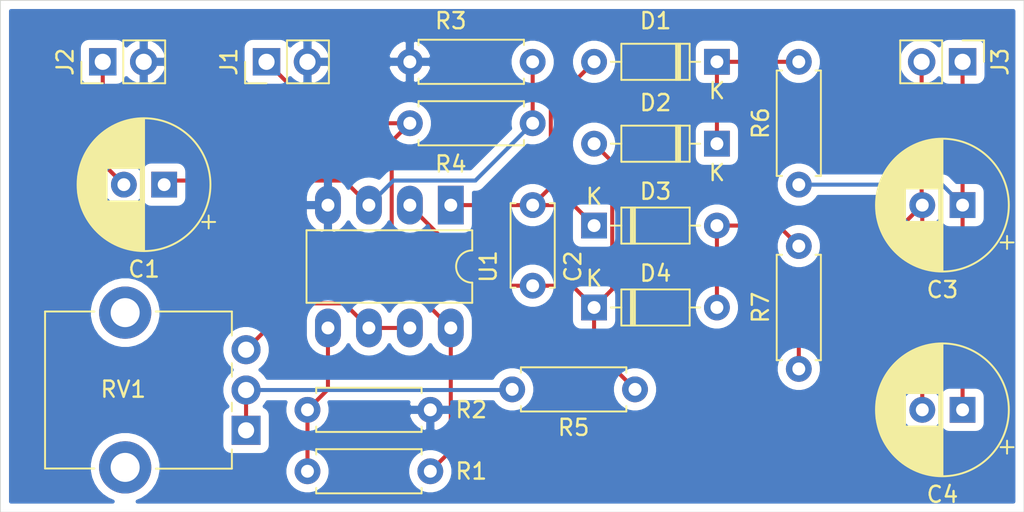
<source format=kicad_pcb>
(kicad_pcb (version 20171130) (host pcbnew "(5.1.10-1-10_14)")

  (general
    (thickness 1.6)
    (drawings 4)
    (tracks 56)
    (zones 0)
    (modules 20)
    (nets 14)
  )

  (page A4)
  (layers
    (0 F.Cu signal)
    (31 B.Cu signal)
    (32 B.Adhes user)
    (33 F.Adhes user)
    (34 B.Paste user)
    (35 F.Paste user)
    (36 B.SilkS user)
    (37 F.SilkS user)
    (38 B.Mask user)
    (39 F.Mask user)
    (40 Dwgs.User user hide)
    (41 Cmts.User user hide)
    (42 Eco1.User user hide)
    (43 Eco2.User user hide)
    (44 Edge.Cuts user)
    (45 Margin user)
    (46 B.CrtYd user hide)
    (47 F.CrtYd user)
    (48 B.Fab user)
    (49 F.Fab user hide)
  )

  (setup
    (last_trace_width 0.25)
    (trace_clearance 0.2)
    (zone_clearance 0.508)
    (zone_45_only no)
    (trace_min 0.2)
    (via_size 0.8)
    (via_drill 0.4)
    (via_min_size 0.4)
    (via_min_drill 0.3)
    (uvia_size 0.3)
    (uvia_drill 0.1)
    (uvias_allowed no)
    (uvia_min_size 0.2)
    (uvia_min_drill 0.1)
    (edge_width 0.05)
    (segment_width 0.2)
    (pcb_text_width 0.3)
    (pcb_text_size 1.5 1.5)
    (mod_edge_width 0.12)
    (mod_text_size 1 1)
    (mod_text_width 0.15)
    (pad_size 1.524 1.524)
    (pad_drill 0.762)
    (pad_to_mask_clearance 0)
    (aux_axis_origin 0 0)
    (visible_elements FFFFFF7F)
    (pcbplotparams
      (layerselection 0x010fc_ffffffff)
      (usegerberextensions false)
      (usegerberattributes true)
      (usegerberadvancedattributes true)
      (creategerberjobfile true)
      (excludeedgelayer true)
      (linewidth 0.100000)
      (plotframeref false)
      (viasonmask false)
      (mode 1)
      (useauxorigin false)
      (hpglpennumber 1)
      (hpglpenspeed 20)
      (hpglpendiameter 15.000000)
      (psnegative false)
      (psa4output false)
      (plotreference true)
      (plotvalue true)
      (plotinvisibletext false)
      (padsonsilk false)
      (subtractmaskfromsilk false)
      (outputformat 1)
      (mirror false)
      (drillshape 1)
      (scaleselection 1)
      (outputdirectory ""))
  )

  (net 0 "")
  (net 1 "Net-(C1-Pad1)")
  (net 2 "Net-(C1-Pad2)")
  (net 3 "Net-(C2-Pad1)")
  (net 4 "Net-(C2-Pad2)")
  (net 5 "Net-(C3-Pad1)")
  (net 6 "Net-(C3-Pad2)")
  (net 7 "Net-(D1-Pad1)")
  (net 8 "Net-(D3-Pad2)")
  (net 9 VCC)
  (net 10 GND)
  (net 11 "Net-(R1-Pad2)")
  (net 12 "Net-(R5-Pad2)")
  (net 13 "Net-(RV1-Pad3)")

  (net_class Default "This is the default net class."
    (clearance 0.2)
    (trace_width 0.25)
    (via_dia 0.8)
    (via_drill 0.4)
    (uvia_dia 0.3)
    (uvia_drill 0.1)
    (add_net GND)
    (add_net "Net-(C1-Pad1)")
    (add_net "Net-(C1-Pad2)")
    (add_net "Net-(C2-Pad1)")
    (add_net "Net-(C2-Pad2)")
    (add_net "Net-(C3-Pad1)")
    (add_net "Net-(C3-Pad2)")
    (add_net "Net-(D1-Pad1)")
    (add_net "Net-(D3-Pad2)")
    (add_net "Net-(R1-Pad2)")
    (add_net "Net-(R5-Pad2)")
    (add_net "Net-(RV1-Pad3)")
    (add_net VCC)
  )

  (module Capacitor_THT:CP_Radial_D8.0mm_P2.50mm (layer F.Cu) (tedit 5AE50EF0) (tstamp 610825F0)
    (at 133.35 95.25 180)
    (descr "CP, Radial series, Radial, pin pitch=2.50mm, , diameter=8mm, Electrolytic Capacitor")
    (tags "CP Radial series Radial pin pitch 2.50mm  diameter 8mm Electrolytic Capacitor")
    (path /610DDB5C)
    (fp_text reference C1 (at 1.25 -5.25) (layer F.SilkS)
      (effects (font (size 1 1) (thickness 0.15)))
    )
    (fp_text value 100u (at 1.25 5.25) (layer F.Fab)
      (effects (font (size 1 1) (thickness 0.15)))
    )
    (fp_line (start -2.759698 -2.715) (end -2.759698 -1.915) (layer F.SilkS) (width 0.12))
    (fp_line (start -3.159698 -2.315) (end -2.359698 -2.315) (layer F.SilkS) (width 0.12))
    (fp_line (start 5.331 -0.533) (end 5.331 0.533) (layer F.SilkS) (width 0.12))
    (fp_line (start 5.291 -0.768) (end 5.291 0.768) (layer F.SilkS) (width 0.12))
    (fp_line (start 5.251 -0.948) (end 5.251 0.948) (layer F.SilkS) (width 0.12))
    (fp_line (start 5.211 -1.098) (end 5.211 1.098) (layer F.SilkS) (width 0.12))
    (fp_line (start 5.171 -1.229) (end 5.171 1.229) (layer F.SilkS) (width 0.12))
    (fp_line (start 5.131 -1.346) (end 5.131 1.346) (layer F.SilkS) (width 0.12))
    (fp_line (start 5.091 -1.453) (end 5.091 1.453) (layer F.SilkS) (width 0.12))
    (fp_line (start 5.051 -1.552) (end 5.051 1.552) (layer F.SilkS) (width 0.12))
    (fp_line (start 5.011 -1.645) (end 5.011 1.645) (layer F.SilkS) (width 0.12))
    (fp_line (start 4.971 -1.731) (end 4.971 1.731) (layer F.SilkS) (width 0.12))
    (fp_line (start 4.931 -1.813) (end 4.931 1.813) (layer F.SilkS) (width 0.12))
    (fp_line (start 4.891 -1.89) (end 4.891 1.89) (layer F.SilkS) (width 0.12))
    (fp_line (start 4.851 -1.964) (end 4.851 1.964) (layer F.SilkS) (width 0.12))
    (fp_line (start 4.811 -2.034) (end 4.811 2.034) (layer F.SilkS) (width 0.12))
    (fp_line (start 4.771 -2.102) (end 4.771 2.102) (layer F.SilkS) (width 0.12))
    (fp_line (start 4.731 -2.166) (end 4.731 2.166) (layer F.SilkS) (width 0.12))
    (fp_line (start 4.691 -2.228) (end 4.691 2.228) (layer F.SilkS) (width 0.12))
    (fp_line (start 4.651 -2.287) (end 4.651 2.287) (layer F.SilkS) (width 0.12))
    (fp_line (start 4.611 -2.345) (end 4.611 2.345) (layer F.SilkS) (width 0.12))
    (fp_line (start 4.571 -2.4) (end 4.571 2.4) (layer F.SilkS) (width 0.12))
    (fp_line (start 4.531 -2.454) (end 4.531 2.454) (layer F.SilkS) (width 0.12))
    (fp_line (start 4.491 -2.505) (end 4.491 2.505) (layer F.SilkS) (width 0.12))
    (fp_line (start 4.451 -2.556) (end 4.451 2.556) (layer F.SilkS) (width 0.12))
    (fp_line (start 4.411 -2.604) (end 4.411 2.604) (layer F.SilkS) (width 0.12))
    (fp_line (start 4.371 -2.651) (end 4.371 2.651) (layer F.SilkS) (width 0.12))
    (fp_line (start 4.331 -2.697) (end 4.331 2.697) (layer F.SilkS) (width 0.12))
    (fp_line (start 4.291 -2.741) (end 4.291 2.741) (layer F.SilkS) (width 0.12))
    (fp_line (start 4.251 -2.784) (end 4.251 2.784) (layer F.SilkS) (width 0.12))
    (fp_line (start 4.211 -2.826) (end 4.211 2.826) (layer F.SilkS) (width 0.12))
    (fp_line (start 4.171 -2.867) (end 4.171 2.867) (layer F.SilkS) (width 0.12))
    (fp_line (start 4.131 -2.907) (end 4.131 2.907) (layer F.SilkS) (width 0.12))
    (fp_line (start 4.091 -2.945) (end 4.091 2.945) (layer F.SilkS) (width 0.12))
    (fp_line (start 4.051 -2.983) (end 4.051 2.983) (layer F.SilkS) (width 0.12))
    (fp_line (start 4.011 -3.019) (end 4.011 3.019) (layer F.SilkS) (width 0.12))
    (fp_line (start 3.971 -3.055) (end 3.971 3.055) (layer F.SilkS) (width 0.12))
    (fp_line (start 3.931 -3.09) (end 3.931 3.09) (layer F.SilkS) (width 0.12))
    (fp_line (start 3.891 -3.124) (end 3.891 3.124) (layer F.SilkS) (width 0.12))
    (fp_line (start 3.851 -3.156) (end 3.851 3.156) (layer F.SilkS) (width 0.12))
    (fp_line (start 3.811 -3.189) (end 3.811 3.189) (layer F.SilkS) (width 0.12))
    (fp_line (start 3.771 -3.22) (end 3.771 3.22) (layer F.SilkS) (width 0.12))
    (fp_line (start 3.731 -3.25) (end 3.731 3.25) (layer F.SilkS) (width 0.12))
    (fp_line (start 3.691 -3.28) (end 3.691 3.28) (layer F.SilkS) (width 0.12))
    (fp_line (start 3.651 -3.309) (end 3.651 3.309) (layer F.SilkS) (width 0.12))
    (fp_line (start 3.611 -3.338) (end 3.611 3.338) (layer F.SilkS) (width 0.12))
    (fp_line (start 3.571 -3.365) (end 3.571 3.365) (layer F.SilkS) (width 0.12))
    (fp_line (start 3.531 1.04) (end 3.531 3.392) (layer F.SilkS) (width 0.12))
    (fp_line (start 3.531 -3.392) (end 3.531 -1.04) (layer F.SilkS) (width 0.12))
    (fp_line (start 3.491 1.04) (end 3.491 3.418) (layer F.SilkS) (width 0.12))
    (fp_line (start 3.491 -3.418) (end 3.491 -1.04) (layer F.SilkS) (width 0.12))
    (fp_line (start 3.451 1.04) (end 3.451 3.444) (layer F.SilkS) (width 0.12))
    (fp_line (start 3.451 -3.444) (end 3.451 -1.04) (layer F.SilkS) (width 0.12))
    (fp_line (start 3.411 1.04) (end 3.411 3.469) (layer F.SilkS) (width 0.12))
    (fp_line (start 3.411 -3.469) (end 3.411 -1.04) (layer F.SilkS) (width 0.12))
    (fp_line (start 3.371 1.04) (end 3.371 3.493) (layer F.SilkS) (width 0.12))
    (fp_line (start 3.371 -3.493) (end 3.371 -1.04) (layer F.SilkS) (width 0.12))
    (fp_line (start 3.331 1.04) (end 3.331 3.517) (layer F.SilkS) (width 0.12))
    (fp_line (start 3.331 -3.517) (end 3.331 -1.04) (layer F.SilkS) (width 0.12))
    (fp_line (start 3.291 1.04) (end 3.291 3.54) (layer F.SilkS) (width 0.12))
    (fp_line (start 3.291 -3.54) (end 3.291 -1.04) (layer F.SilkS) (width 0.12))
    (fp_line (start 3.251 1.04) (end 3.251 3.562) (layer F.SilkS) (width 0.12))
    (fp_line (start 3.251 -3.562) (end 3.251 -1.04) (layer F.SilkS) (width 0.12))
    (fp_line (start 3.211 1.04) (end 3.211 3.584) (layer F.SilkS) (width 0.12))
    (fp_line (start 3.211 -3.584) (end 3.211 -1.04) (layer F.SilkS) (width 0.12))
    (fp_line (start 3.171 1.04) (end 3.171 3.606) (layer F.SilkS) (width 0.12))
    (fp_line (start 3.171 -3.606) (end 3.171 -1.04) (layer F.SilkS) (width 0.12))
    (fp_line (start 3.131 1.04) (end 3.131 3.627) (layer F.SilkS) (width 0.12))
    (fp_line (start 3.131 -3.627) (end 3.131 -1.04) (layer F.SilkS) (width 0.12))
    (fp_line (start 3.091 1.04) (end 3.091 3.647) (layer F.SilkS) (width 0.12))
    (fp_line (start 3.091 -3.647) (end 3.091 -1.04) (layer F.SilkS) (width 0.12))
    (fp_line (start 3.051 1.04) (end 3.051 3.666) (layer F.SilkS) (width 0.12))
    (fp_line (start 3.051 -3.666) (end 3.051 -1.04) (layer F.SilkS) (width 0.12))
    (fp_line (start 3.011 1.04) (end 3.011 3.686) (layer F.SilkS) (width 0.12))
    (fp_line (start 3.011 -3.686) (end 3.011 -1.04) (layer F.SilkS) (width 0.12))
    (fp_line (start 2.971 1.04) (end 2.971 3.704) (layer F.SilkS) (width 0.12))
    (fp_line (start 2.971 -3.704) (end 2.971 -1.04) (layer F.SilkS) (width 0.12))
    (fp_line (start 2.931 1.04) (end 2.931 3.722) (layer F.SilkS) (width 0.12))
    (fp_line (start 2.931 -3.722) (end 2.931 -1.04) (layer F.SilkS) (width 0.12))
    (fp_line (start 2.891 1.04) (end 2.891 3.74) (layer F.SilkS) (width 0.12))
    (fp_line (start 2.891 -3.74) (end 2.891 -1.04) (layer F.SilkS) (width 0.12))
    (fp_line (start 2.851 1.04) (end 2.851 3.757) (layer F.SilkS) (width 0.12))
    (fp_line (start 2.851 -3.757) (end 2.851 -1.04) (layer F.SilkS) (width 0.12))
    (fp_line (start 2.811 1.04) (end 2.811 3.774) (layer F.SilkS) (width 0.12))
    (fp_line (start 2.811 -3.774) (end 2.811 -1.04) (layer F.SilkS) (width 0.12))
    (fp_line (start 2.771 1.04) (end 2.771 3.79) (layer F.SilkS) (width 0.12))
    (fp_line (start 2.771 -3.79) (end 2.771 -1.04) (layer F.SilkS) (width 0.12))
    (fp_line (start 2.731 1.04) (end 2.731 3.805) (layer F.SilkS) (width 0.12))
    (fp_line (start 2.731 -3.805) (end 2.731 -1.04) (layer F.SilkS) (width 0.12))
    (fp_line (start 2.691 1.04) (end 2.691 3.821) (layer F.SilkS) (width 0.12))
    (fp_line (start 2.691 -3.821) (end 2.691 -1.04) (layer F.SilkS) (width 0.12))
    (fp_line (start 2.651 1.04) (end 2.651 3.835) (layer F.SilkS) (width 0.12))
    (fp_line (start 2.651 -3.835) (end 2.651 -1.04) (layer F.SilkS) (width 0.12))
    (fp_line (start 2.611 1.04) (end 2.611 3.85) (layer F.SilkS) (width 0.12))
    (fp_line (start 2.611 -3.85) (end 2.611 -1.04) (layer F.SilkS) (width 0.12))
    (fp_line (start 2.571 1.04) (end 2.571 3.863) (layer F.SilkS) (width 0.12))
    (fp_line (start 2.571 -3.863) (end 2.571 -1.04) (layer F.SilkS) (width 0.12))
    (fp_line (start 2.531 1.04) (end 2.531 3.877) (layer F.SilkS) (width 0.12))
    (fp_line (start 2.531 -3.877) (end 2.531 -1.04) (layer F.SilkS) (width 0.12))
    (fp_line (start 2.491 1.04) (end 2.491 3.889) (layer F.SilkS) (width 0.12))
    (fp_line (start 2.491 -3.889) (end 2.491 -1.04) (layer F.SilkS) (width 0.12))
    (fp_line (start 2.451 1.04) (end 2.451 3.902) (layer F.SilkS) (width 0.12))
    (fp_line (start 2.451 -3.902) (end 2.451 -1.04) (layer F.SilkS) (width 0.12))
    (fp_line (start 2.411 1.04) (end 2.411 3.914) (layer F.SilkS) (width 0.12))
    (fp_line (start 2.411 -3.914) (end 2.411 -1.04) (layer F.SilkS) (width 0.12))
    (fp_line (start 2.371 1.04) (end 2.371 3.925) (layer F.SilkS) (width 0.12))
    (fp_line (start 2.371 -3.925) (end 2.371 -1.04) (layer F.SilkS) (width 0.12))
    (fp_line (start 2.331 1.04) (end 2.331 3.936) (layer F.SilkS) (width 0.12))
    (fp_line (start 2.331 -3.936) (end 2.331 -1.04) (layer F.SilkS) (width 0.12))
    (fp_line (start 2.291 1.04) (end 2.291 3.947) (layer F.SilkS) (width 0.12))
    (fp_line (start 2.291 -3.947) (end 2.291 -1.04) (layer F.SilkS) (width 0.12))
    (fp_line (start 2.251 1.04) (end 2.251 3.957) (layer F.SilkS) (width 0.12))
    (fp_line (start 2.251 -3.957) (end 2.251 -1.04) (layer F.SilkS) (width 0.12))
    (fp_line (start 2.211 1.04) (end 2.211 3.967) (layer F.SilkS) (width 0.12))
    (fp_line (start 2.211 -3.967) (end 2.211 -1.04) (layer F.SilkS) (width 0.12))
    (fp_line (start 2.171 1.04) (end 2.171 3.976) (layer F.SilkS) (width 0.12))
    (fp_line (start 2.171 -3.976) (end 2.171 -1.04) (layer F.SilkS) (width 0.12))
    (fp_line (start 2.131 1.04) (end 2.131 3.985) (layer F.SilkS) (width 0.12))
    (fp_line (start 2.131 -3.985) (end 2.131 -1.04) (layer F.SilkS) (width 0.12))
    (fp_line (start 2.091 1.04) (end 2.091 3.994) (layer F.SilkS) (width 0.12))
    (fp_line (start 2.091 -3.994) (end 2.091 -1.04) (layer F.SilkS) (width 0.12))
    (fp_line (start 2.051 1.04) (end 2.051 4.002) (layer F.SilkS) (width 0.12))
    (fp_line (start 2.051 -4.002) (end 2.051 -1.04) (layer F.SilkS) (width 0.12))
    (fp_line (start 2.011 1.04) (end 2.011 4.01) (layer F.SilkS) (width 0.12))
    (fp_line (start 2.011 -4.01) (end 2.011 -1.04) (layer F.SilkS) (width 0.12))
    (fp_line (start 1.971 1.04) (end 1.971 4.017) (layer F.SilkS) (width 0.12))
    (fp_line (start 1.971 -4.017) (end 1.971 -1.04) (layer F.SilkS) (width 0.12))
    (fp_line (start 1.93 1.04) (end 1.93 4.024) (layer F.SilkS) (width 0.12))
    (fp_line (start 1.93 -4.024) (end 1.93 -1.04) (layer F.SilkS) (width 0.12))
    (fp_line (start 1.89 1.04) (end 1.89 4.03) (layer F.SilkS) (width 0.12))
    (fp_line (start 1.89 -4.03) (end 1.89 -1.04) (layer F.SilkS) (width 0.12))
    (fp_line (start 1.85 1.04) (end 1.85 4.037) (layer F.SilkS) (width 0.12))
    (fp_line (start 1.85 -4.037) (end 1.85 -1.04) (layer F.SilkS) (width 0.12))
    (fp_line (start 1.81 1.04) (end 1.81 4.042) (layer F.SilkS) (width 0.12))
    (fp_line (start 1.81 -4.042) (end 1.81 -1.04) (layer F.SilkS) (width 0.12))
    (fp_line (start 1.77 1.04) (end 1.77 4.048) (layer F.SilkS) (width 0.12))
    (fp_line (start 1.77 -4.048) (end 1.77 -1.04) (layer F.SilkS) (width 0.12))
    (fp_line (start 1.73 1.04) (end 1.73 4.052) (layer F.SilkS) (width 0.12))
    (fp_line (start 1.73 -4.052) (end 1.73 -1.04) (layer F.SilkS) (width 0.12))
    (fp_line (start 1.69 1.04) (end 1.69 4.057) (layer F.SilkS) (width 0.12))
    (fp_line (start 1.69 -4.057) (end 1.69 -1.04) (layer F.SilkS) (width 0.12))
    (fp_line (start 1.65 1.04) (end 1.65 4.061) (layer F.SilkS) (width 0.12))
    (fp_line (start 1.65 -4.061) (end 1.65 -1.04) (layer F.SilkS) (width 0.12))
    (fp_line (start 1.61 1.04) (end 1.61 4.065) (layer F.SilkS) (width 0.12))
    (fp_line (start 1.61 -4.065) (end 1.61 -1.04) (layer F.SilkS) (width 0.12))
    (fp_line (start 1.57 1.04) (end 1.57 4.068) (layer F.SilkS) (width 0.12))
    (fp_line (start 1.57 -4.068) (end 1.57 -1.04) (layer F.SilkS) (width 0.12))
    (fp_line (start 1.53 1.04) (end 1.53 4.071) (layer F.SilkS) (width 0.12))
    (fp_line (start 1.53 -4.071) (end 1.53 -1.04) (layer F.SilkS) (width 0.12))
    (fp_line (start 1.49 1.04) (end 1.49 4.074) (layer F.SilkS) (width 0.12))
    (fp_line (start 1.49 -4.074) (end 1.49 -1.04) (layer F.SilkS) (width 0.12))
    (fp_line (start 1.45 -4.076) (end 1.45 4.076) (layer F.SilkS) (width 0.12))
    (fp_line (start 1.41 -4.077) (end 1.41 4.077) (layer F.SilkS) (width 0.12))
    (fp_line (start 1.37 -4.079) (end 1.37 4.079) (layer F.SilkS) (width 0.12))
    (fp_line (start 1.33 -4.08) (end 1.33 4.08) (layer F.SilkS) (width 0.12))
    (fp_line (start 1.29 -4.08) (end 1.29 4.08) (layer F.SilkS) (width 0.12))
    (fp_line (start 1.25 -4.08) (end 1.25 4.08) (layer F.SilkS) (width 0.12))
    (fp_line (start -1.776759 -2.1475) (end -1.776759 -1.3475) (layer F.Fab) (width 0.1))
    (fp_line (start -2.176759 -1.7475) (end -1.376759 -1.7475) (layer F.Fab) (width 0.1))
    (fp_circle (center 1.25 0) (end 5.5 0) (layer F.CrtYd) (width 0.05))
    (fp_circle (center 1.25 0) (end 5.37 0) (layer F.SilkS) (width 0.12))
    (fp_circle (center 1.25 0) (end 5.25 0) (layer F.Fab) (width 0.1))
    (fp_text user %R (at 1.25 0) (layer F.Fab)
      (effects (font (size 1 1) (thickness 0.15)))
    )
    (pad 1 thru_hole rect (at 0 0 180) (size 1.6 1.6) (drill 0.8) (layers *.Cu *.Mask)
      (net 1 "Net-(C1-Pad1)"))
    (pad 2 thru_hole circle (at 2.5 0 180) (size 1.6 1.6) (drill 0.8) (layers *.Cu *.Mask)
      (net 2 "Net-(C1-Pad2)"))
    (model ${KISYS3DMOD}/Capacitor_THT.3dshapes/CP_Radial_D8.0mm_P2.50mm.wrl
      (at (xyz 0 0 0))
      (scale (xyz 1 1 1))
      (rotate (xyz 0 0 0))
    )
  )

  (module Capacitor_THT:C_Disc_D5.0mm_W2.5mm_P5.00mm (layer F.Cu) (tedit 5AE50EF0) (tstamp 61082605)
    (at 156.21 96.52 270)
    (descr "C, Disc series, Radial, pin pitch=5.00mm, , diameter*width=5*2.5mm^2, Capacitor, http://cdn-reichelt.de/documents/datenblatt/B300/DS_KERKO_TC.pdf")
    (tags "C Disc series Radial pin pitch 5.00mm  diameter 5mm width 2.5mm Capacitor")
    (path /610CAA21)
    (fp_text reference C2 (at 3.81 -2.5 90) (layer F.SilkS)
      (effects (font (size 1 1) (thickness 0.15)))
    )
    (fp_text value 220p (at 2.5 2.5 90) (layer F.Fab)
      (effects (font (size 1 1) (thickness 0.15)))
    )
    (fp_line (start 6.05 -1.5) (end -1.05 -1.5) (layer F.CrtYd) (width 0.05))
    (fp_line (start 6.05 1.5) (end 6.05 -1.5) (layer F.CrtYd) (width 0.05))
    (fp_line (start -1.05 1.5) (end 6.05 1.5) (layer F.CrtYd) (width 0.05))
    (fp_line (start -1.05 -1.5) (end -1.05 1.5) (layer F.CrtYd) (width 0.05))
    (fp_line (start 5.12 1.055) (end 5.12 1.37) (layer F.SilkS) (width 0.12))
    (fp_line (start 5.12 -1.37) (end 5.12 -1.055) (layer F.SilkS) (width 0.12))
    (fp_line (start -0.12 1.055) (end -0.12 1.37) (layer F.SilkS) (width 0.12))
    (fp_line (start -0.12 -1.37) (end -0.12 -1.055) (layer F.SilkS) (width 0.12))
    (fp_line (start -0.12 1.37) (end 5.12 1.37) (layer F.SilkS) (width 0.12))
    (fp_line (start -0.12 -1.37) (end 5.12 -1.37) (layer F.SilkS) (width 0.12))
    (fp_line (start 5 -1.25) (end 0 -1.25) (layer F.Fab) (width 0.1))
    (fp_line (start 5 1.25) (end 5 -1.25) (layer F.Fab) (width 0.1))
    (fp_line (start 0 1.25) (end 5 1.25) (layer F.Fab) (width 0.1))
    (fp_line (start 0 -1.25) (end 0 1.25) (layer F.Fab) (width 0.1))
    (fp_text user %R (at 2.5 0 90) (layer F.Fab)
      (effects (font (size 1 1) (thickness 0.15)))
    )
    (pad 1 thru_hole circle (at 0 0 270) (size 1.6 1.6) (drill 0.8) (layers *.Cu *.Mask)
      (net 3 "Net-(C2-Pad1)"))
    (pad 2 thru_hole circle (at 5 0 270) (size 1.6 1.6) (drill 0.8) (layers *.Cu *.Mask)
      (net 4 "Net-(C2-Pad2)"))
    (model ${KISYS3DMOD}/Capacitor_THT.3dshapes/C_Disc_D5.0mm_W2.5mm_P5.00mm.wrl
      (at (xyz 0 0 0))
      (scale (xyz 1 1 1))
      (rotate (xyz 0 0 0))
    )
  )

  (module Capacitor_THT:CP_Radial_D8.0mm_P2.50mm (layer F.Cu) (tedit 5AE50EF0) (tstamp 610826AE)
    (at 182.88 96.52 180)
    (descr "CP, Radial series, Radial, pin pitch=2.50mm, , diameter=8mm, Electrolytic Capacitor")
    (tags "CP Radial series Radial pin pitch 2.50mm  diameter 8mm Electrolytic Capacitor")
    (path /610D38D7)
    (fp_text reference C3 (at 1.25 -5.25) (layer F.SilkS)
      (effects (font (size 1 1) (thickness 0.15)))
    )
    (fp_text value 100u (at 1.25 5.25) (layer F.Fab)
      (effects (font (size 1 1) (thickness 0.15)))
    )
    (fp_line (start -2.759698 -2.715) (end -2.759698 -1.915) (layer F.SilkS) (width 0.12))
    (fp_line (start -3.159698 -2.315) (end -2.359698 -2.315) (layer F.SilkS) (width 0.12))
    (fp_line (start 5.331 -0.533) (end 5.331 0.533) (layer F.SilkS) (width 0.12))
    (fp_line (start 5.291 -0.768) (end 5.291 0.768) (layer F.SilkS) (width 0.12))
    (fp_line (start 5.251 -0.948) (end 5.251 0.948) (layer F.SilkS) (width 0.12))
    (fp_line (start 5.211 -1.098) (end 5.211 1.098) (layer F.SilkS) (width 0.12))
    (fp_line (start 5.171 -1.229) (end 5.171 1.229) (layer F.SilkS) (width 0.12))
    (fp_line (start 5.131 -1.346) (end 5.131 1.346) (layer F.SilkS) (width 0.12))
    (fp_line (start 5.091 -1.453) (end 5.091 1.453) (layer F.SilkS) (width 0.12))
    (fp_line (start 5.051 -1.552) (end 5.051 1.552) (layer F.SilkS) (width 0.12))
    (fp_line (start 5.011 -1.645) (end 5.011 1.645) (layer F.SilkS) (width 0.12))
    (fp_line (start 4.971 -1.731) (end 4.971 1.731) (layer F.SilkS) (width 0.12))
    (fp_line (start 4.931 -1.813) (end 4.931 1.813) (layer F.SilkS) (width 0.12))
    (fp_line (start 4.891 -1.89) (end 4.891 1.89) (layer F.SilkS) (width 0.12))
    (fp_line (start 4.851 -1.964) (end 4.851 1.964) (layer F.SilkS) (width 0.12))
    (fp_line (start 4.811 -2.034) (end 4.811 2.034) (layer F.SilkS) (width 0.12))
    (fp_line (start 4.771 -2.102) (end 4.771 2.102) (layer F.SilkS) (width 0.12))
    (fp_line (start 4.731 -2.166) (end 4.731 2.166) (layer F.SilkS) (width 0.12))
    (fp_line (start 4.691 -2.228) (end 4.691 2.228) (layer F.SilkS) (width 0.12))
    (fp_line (start 4.651 -2.287) (end 4.651 2.287) (layer F.SilkS) (width 0.12))
    (fp_line (start 4.611 -2.345) (end 4.611 2.345) (layer F.SilkS) (width 0.12))
    (fp_line (start 4.571 -2.4) (end 4.571 2.4) (layer F.SilkS) (width 0.12))
    (fp_line (start 4.531 -2.454) (end 4.531 2.454) (layer F.SilkS) (width 0.12))
    (fp_line (start 4.491 -2.505) (end 4.491 2.505) (layer F.SilkS) (width 0.12))
    (fp_line (start 4.451 -2.556) (end 4.451 2.556) (layer F.SilkS) (width 0.12))
    (fp_line (start 4.411 -2.604) (end 4.411 2.604) (layer F.SilkS) (width 0.12))
    (fp_line (start 4.371 -2.651) (end 4.371 2.651) (layer F.SilkS) (width 0.12))
    (fp_line (start 4.331 -2.697) (end 4.331 2.697) (layer F.SilkS) (width 0.12))
    (fp_line (start 4.291 -2.741) (end 4.291 2.741) (layer F.SilkS) (width 0.12))
    (fp_line (start 4.251 -2.784) (end 4.251 2.784) (layer F.SilkS) (width 0.12))
    (fp_line (start 4.211 -2.826) (end 4.211 2.826) (layer F.SilkS) (width 0.12))
    (fp_line (start 4.171 -2.867) (end 4.171 2.867) (layer F.SilkS) (width 0.12))
    (fp_line (start 4.131 -2.907) (end 4.131 2.907) (layer F.SilkS) (width 0.12))
    (fp_line (start 4.091 -2.945) (end 4.091 2.945) (layer F.SilkS) (width 0.12))
    (fp_line (start 4.051 -2.983) (end 4.051 2.983) (layer F.SilkS) (width 0.12))
    (fp_line (start 4.011 -3.019) (end 4.011 3.019) (layer F.SilkS) (width 0.12))
    (fp_line (start 3.971 -3.055) (end 3.971 3.055) (layer F.SilkS) (width 0.12))
    (fp_line (start 3.931 -3.09) (end 3.931 3.09) (layer F.SilkS) (width 0.12))
    (fp_line (start 3.891 -3.124) (end 3.891 3.124) (layer F.SilkS) (width 0.12))
    (fp_line (start 3.851 -3.156) (end 3.851 3.156) (layer F.SilkS) (width 0.12))
    (fp_line (start 3.811 -3.189) (end 3.811 3.189) (layer F.SilkS) (width 0.12))
    (fp_line (start 3.771 -3.22) (end 3.771 3.22) (layer F.SilkS) (width 0.12))
    (fp_line (start 3.731 -3.25) (end 3.731 3.25) (layer F.SilkS) (width 0.12))
    (fp_line (start 3.691 -3.28) (end 3.691 3.28) (layer F.SilkS) (width 0.12))
    (fp_line (start 3.651 -3.309) (end 3.651 3.309) (layer F.SilkS) (width 0.12))
    (fp_line (start 3.611 -3.338) (end 3.611 3.338) (layer F.SilkS) (width 0.12))
    (fp_line (start 3.571 -3.365) (end 3.571 3.365) (layer F.SilkS) (width 0.12))
    (fp_line (start 3.531 1.04) (end 3.531 3.392) (layer F.SilkS) (width 0.12))
    (fp_line (start 3.531 -3.392) (end 3.531 -1.04) (layer F.SilkS) (width 0.12))
    (fp_line (start 3.491 1.04) (end 3.491 3.418) (layer F.SilkS) (width 0.12))
    (fp_line (start 3.491 -3.418) (end 3.491 -1.04) (layer F.SilkS) (width 0.12))
    (fp_line (start 3.451 1.04) (end 3.451 3.444) (layer F.SilkS) (width 0.12))
    (fp_line (start 3.451 -3.444) (end 3.451 -1.04) (layer F.SilkS) (width 0.12))
    (fp_line (start 3.411 1.04) (end 3.411 3.469) (layer F.SilkS) (width 0.12))
    (fp_line (start 3.411 -3.469) (end 3.411 -1.04) (layer F.SilkS) (width 0.12))
    (fp_line (start 3.371 1.04) (end 3.371 3.493) (layer F.SilkS) (width 0.12))
    (fp_line (start 3.371 -3.493) (end 3.371 -1.04) (layer F.SilkS) (width 0.12))
    (fp_line (start 3.331 1.04) (end 3.331 3.517) (layer F.SilkS) (width 0.12))
    (fp_line (start 3.331 -3.517) (end 3.331 -1.04) (layer F.SilkS) (width 0.12))
    (fp_line (start 3.291 1.04) (end 3.291 3.54) (layer F.SilkS) (width 0.12))
    (fp_line (start 3.291 -3.54) (end 3.291 -1.04) (layer F.SilkS) (width 0.12))
    (fp_line (start 3.251 1.04) (end 3.251 3.562) (layer F.SilkS) (width 0.12))
    (fp_line (start 3.251 -3.562) (end 3.251 -1.04) (layer F.SilkS) (width 0.12))
    (fp_line (start 3.211 1.04) (end 3.211 3.584) (layer F.SilkS) (width 0.12))
    (fp_line (start 3.211 -3.584) (end 3.211 -1.04) (layer F.SilkS) (width 0.12))
    (fp_line (start 3.171 1.04) (end 3.171 3.606) (layer F.SilkS) (width 0.12))
    (fp_line (start 3.171 -3.606) (end 3.171 -1.04) (layer F.SilkS) (width 0.12))
    (fp_line (start 3.131 1.04) (end 3.131 3.627) (layer F.SilkS) (width 0.12))
    (fp_line (start 3.131 -3.627) (end 3.131 -1.04) (layer F.SilkS) (width 0.12))
    (fp_line (start 3.091 1.04) (end 3.091 3.647) (layer F.SilkS) (width 0.12))
    (fp_line (start 3.091 -3.647) (end 3.091 -1.04) (layer F.SilkS) (width 0.12))
    (fp_line (start 3.051 1.04) (end 3.051 3.666) (layer F.SilkS) (width 0.12))
    (fp_line (start 3.051 -3.666) (end 3.051 -1.04) (layer F.SilkS) (width 0.12))
    (fp_line (start 3.011 1.04) (end 3.011 3.686) (layer F.SilkS) (width 0.12))
    (fp_line (start 3.011 -3.686) (end 3.011 -1.04) (layer F.SilkS) (width 0.12))
    (fp_line (start 2.971 1.04) (end 2.971 3.704) (layer F.SilkS) (width 0.12))
    (fp_line (start 2.971 -3.704) (end 2.971 -1.04) (layer F.SilkS) (width 0.12))
    (fp_line (start 2.931 1.04) (end 2.931 3.722) (layer F.SilkS) (width 0.12))
    (fp_line (start 2.931 -3.722) (end 2.931 -1.04) (layer F.SilkS) (width 0.12))
    (fp_line (start 2.891 1.04) (end 2.891 3.74) (layer F.SilkS) (width 0.12))
    (fp_line (start 2.891 -3.74) (end 2.891 -1.04) (layer F.SilkS) (width 0.12))
    (fp_line (start 2.851 1.04) (end 2.851 3.757) (layer F.SilkS) (width 0.12))
    (fp_line (start 2.851 -3.757) (end 2.851 -1.04) (layer F.SilkS) (width 0.12))
    (fp_line (start 2.811 1.04) (end 2.811 3.774) (layer F.SilkS) (width 0.12))
    (fp_line (start 2.811 -3.774) (end 2.811 -1.04) (layer F.SilkS) (width 0.12))
    (fp_line (start 2.771 1.04) (end 2.771 3.79) (layer F.SilkS) (width 0.12))
    (fp_line (start 2.771 -3.79) (end 2.771 -1.04) (layer F.SilkS) (width 0.12))
    (fp_line (start 2.731 1.04) (end 2.731 3.805) (layer F.SilkS) (width 0.12))
    (fp_line (start 2.731 -3.805) (end 2.731 -1.04) (layer F.SilkS) (width 0.12))
    (fp_line (start 2.691 1.04) (end 2.691 3.821) (layer F.SilkS) (width 0.12))
    (fp_line (start 2.691 -3.821) (end 2.691 -1.04) (layer F.SilkS) (width 0.12))
    (fp_line (start 2.651 1.04) (end 2.651 3.835) (layer F.SilkS) (width 0.12))
    (fp_line (start 2.651 -3.835) (end 2.651 -1.04) (layer F.SilkS) (width 0.12))
    (fp_line (start 2.611 1.04) (end 2.611 3.85) (layer F.SilkS) (width 0.12))
    (fp_line (start 2.611 -3.85) (end 2.611 -1.04) (layer F.SilkS) (width 0.12))
    (fp_line (start 2.571 1.04) (end 2.571 3.863) (layer F.SilkS) (width 0.12))
    (fp_line (start 2.571 -3.863) (end 2.571 -1.04) (layer F.SilkS) (width 0.12))
    (fp_line (start 2.531 1.04) (end 2.531 3.877) (layer F.SilkS) (width 0.12))
    (fp_line (start 2.531 -3.877) (end 2.531 -1.04) (layer F.SilkS) (width 0.12))
    (fp_line (start 2.491 1.04) (end 2.491 3.889) (layer F.SilkS) (width 0.12))
    (fp_line (start 2.491 -3.889) (end 2.491 -1.04) (layer F.SilkS) (width 0.12))
    (fp_line (start 2.451 1.04) (end 2.451 3.902) (layer F.SilkS) (width 0.12))
    (fp_line (start 2.451 -3.902) (end 2.451 -1.04) (layer F.SilkS) (width 0.12))
    (fp_line (start 2.411 1.04) (end 2.411 3.914) (layer F.SilkS) (width 0.12))
    (fp_line (start 2.411 -3.914) (end 2.411 -1.04) (layer F.SilkS) (width 0.12))
    (fp_line (start 2.371 1.04) (end 2.371 3.925) (layer F.SilkS) (width 0.12))
    (fp_line (start 2.371 -3.925) (end 2.371 -1.04) (layer F.SilkS) (width 0.12))
    (fp_line (start 2.331 1.04) (end 2.331 3.936) (layer F.SilkS) (width 0.12))
    (fp_line (start 2.331 -3.936) (end 2.331 -1.04) (layer F.SilkS) (width 0.12))
    (fp_line (start 2.291 1.04) (end 2.291 3.947) (layer F.SilkS) (width 0.12))
    (fp_line (start 2.291 -3.947) (end 2.291 -1.04) (layer F.SilkS) (width 0.12))
    (fp_line (start 2.251 1.04) (end 2.251 3.957) (layer F.SilkS) (width 0.12))
    (fp_line (start 2.251 -3.957) (end 2.251 -1.04) (layer F.SilkS) (width 0.12))
    (fp_line (start 2.211 1.04) (end 2.211 3.967) (layer F.SilkS) (width 0.12))
    (fp_line (start 2.211 -3.967) (end 2.211 -1.04) (layer F.SilkS) (width 0.12))
    (fp_line (start 2.171 1.04) (end 2.171 3.976) (layer F.SilkS) (width 0.12))
    (fp_line (start 2.171 -3.976) (end 2.171 -1.04) (layer F.SilkS) (width 0.12))
    (fp_line (start 2.131 1.04) (end 2.131 3.985) (layer F.SilkS) (width 0.12))
    (fp_line (start 2.131 -3.985) (end 2.131 -1.04) (layer F.SilkS) (width 0.12))
    (fp_line (start 2.091 1.04) (end 2.091 3.994) (layer F.SilkS) (width 0.12))
    (fp_line (start 2.091 -3.994) (end 2.091 -1.04) (layer F.SilkS) (width 0.12))
    (fp_line (start 2.051 1.04) (end 2.051 4.002) (layer F.SilkS) (width 0.12))
    (fp_line (start 2.051 -4.002) (end 2.051 -1.04) (layer F.SilkS) (width 0.12))
    (fp_line (start 2.011 1.04) (end 2.011 4.01) (layer F.SilkS) (width 0.12))
    (fp_line (start 2.011 -4.01) (end 2.011 -1.04) (layer F.SilkS) (width 0.12))
    (fp_line (start 1.971 1.04) (end 1.971 4.017) (layer F.SilkS) (width 0.12))
    (fp_line (start 1.971 -4.017) (end 1.971 -1.04) (layer F.SilkS) (width 0.12))
    (fp_line (start 1.93 1.04) (end 1.93 4.024) (layer F.SilkS) (width 0.12))
    (fp_line (start 1.93 -4.024) (end 1.93 -1.04) (layer F.SilkS) (width 0.12))
    (fp_line (start 1.89 1.04) (end 1.89 4.03) (layer F.SilkS) (width 0.12))
    (fp_line (start 1.89 -4.03) (end 1.89 -1.04) (layer F.SilkS) (width 0.12))
    (fp_line (start 1.85 1.04) (end 1.85 4.037) (layer F.SilkS) (width 0.12))
    (fp_line (start 1.85 -4.037) (end 1.85 -1.04) (layer F.SilkS) (width 0.12))
    (fp_line (start 1.81 1.04) (end 1.81 4.042) (layer F.SilkS) (width 0.12))
    (fp_line (start 1.81 -4.042) (end 1.81 -1.04) (layer F.SilkS) (width 0.12))
    (fp_line (start 1.77 1.04) (end 1.77 4.048) (layer F.SilkS) (width 0.12))
    (fp_line (start 1.77 -4.048) (end 1.77 -1.04) (layer F.SilkS) (width 0.12))
    (fp_line (start 1.73 1.04) (end 1.73 4.052) (layer F.SilkS) (width 0.12))
    (fp_line (start 1.73 -4.052) (end 1.73 -1.04) (layer F.SilkS) (width 0.12))
    (fp_line (start 1.69 1.04) (end 1.69 4.057) (layer F.SilkS) (width 0.12))
    (fp_line (start 1.69 -4.057) (end 1.69 -1.04) (layer F.SilkS) (width 0.12))
    (fp_line (start 1.65 1.04) (end 1.65 4.061) (layer F.SilkS) (width 0.12))
    (fp_line (start 1.65 -4.061) (end 1.65 -1.04) (layer F.SilkS) (width 0.12))
    (fp_line (start 1.61 1.04) (end 1.61 4.065) (layer F.SilkS) (width 0.12))
    (fp_line (start 1.61 -4.065) (end 1.61 -1.04) (layer F.SilkS) (width 0.12))
    (fp_line (start 1.57 1.04) (end 1.57 4.068) (layer F.SilkS) (width 0.12))
    (fp_line (start 1.57 -4.068) (end 1.57 -1.04) (layer F.SilkS) (width 0.12))
    (fp_line (start 1.53 1.04) (end 1.53 4.071) (layer F.SilkS) (width 0.12))
    (fp_line (start 1.53 -4.071) (end 1.53 -1.04) (layer F.SilkS) (width 0.12))
    (fp_line (start 1.49 1.04) (end 1.49 4.074) (layer F.SilkS) (width 0.12))
    (fp_line (start 1.49 -4.074) (end 1.49 -1.04) (layer F.SilkS) (width 0.12))
    (fp_line (start 1.45 -4.076) (end 1.45 4.076) (layer F.SilkS) (width 0.12))
    (fp_line (start 1.41 -4.077) (end 1.41 4.077) (layer F.SilkS) (width 0.12))
    (fp_line (start 1.37 -4.079) (end 1.37 4.079) (layer F.SilkS) (width 0.12))
    (fp_line (start 1.33 -4.08) (end 1.33 4.08) (layer F.SilkS) (width 0.12))
    (fp_line (start 1.29 -4.08) (end 1.29 4.08) (layer F.SilkS) (width 0.12))
    (fp_line (start 1.25 -4.08) (end 1.25 4.08) (layer F.SilkS) (width 0.12))
    (fp_line (start -1.776759 -2.1475) (end -1.776759 -1.3475) (layer F.Fab) (width 0.1))
    (fp_line (start -2.176759 -1.7475) (end -1.376759 -1.7475) (layer F.Fab) (width 0.1))
    (fp_circle (center 1.25 0) (end 5.5 0) (layer F.CrtYd) (width 0.05))
    (fp_circle (center 1.25 0) (end 5.37 0) (layer F.SilkS) (width 0.12))
    (fp_circle (center 1.25 0) (end 5.25 0) (layer F.Fab) (width 0.1))
    (fp_text user %R (at 1.25 0) (layer F.Fab)
      (effects (font (size 1 1) (thickness 0.15)))
    )
    (pad 1 thru_hole rect (at 0 0 180) (size 1.6 1.6) (drill 0.8) (layers *.Cu *.Mask)
      (net 5 "Net-(C3-Pad1)"))
    (pad 2 thru_hole circle (at 2.5 0 180) (size 1.6 1.6) (drill 0.8) (layers *.Cu *.Mask)
      (net 6 "Net-(C3-Pad2)"))
    (model ${KISYS3DMOD}/Capacitor_THT.3dshapes/CP_Radial_D8.0mm_P2.50mm.wrl
      (at (xyz 0 0 0))
      (scale (xyz 1 1 1))
      (rotate (xyz 0 0 0))
    )
  )

  (module Capacitor_THT:CP_Radial_D8.0mm_P2.50mm (layer F.Cu) (tedit 5AE50EF0) (tstamp 61082757)
    (at 182.88 109.22 180)
    (descr "CP, Radial series, Radial, pin pitch=2.50mm, , diameter=8mm, Electrolytic Capacitor")
    (tags "CP Radial series Radial pin pitch 2.50mm  diameter 8mm Electrolytic Capacitor")
    (path /610D47E2)
    (fp_text reference C4 (at 1.25 -5.25) (layer F.SilkS)
      (effects (font (size 1 1) (thickness 0.15)))
    )
    (fp_text value 100u (at 1.25 5.25) (layer F.Fab)
      (effects (font (size 1 1) (thickness 0.15)))
    )
    (fp_text user %R (at 1.25 0) (layer F.Fab)
      (effects (font (size 1 1) (thickness 0.15)))
    )
    (fp_circle (center 1.25 0) (end 5.25 0) (layer F.Fab) (width 0.1))
    (fp_circle (center 1.25 0) (end 5.37 0) (layer F.SilkS) (width 0.12))
    (fp_circle (center 1.25 0) (end 5.5 0) (layer F.CrtYd) (width 0.05))
    (fp_line (start -2.176759 -1.7475) (end -1.376759 -1.7475) (layer F.Fab) (width 0.1))
    (fp_line (start -1.776759 -2.1475) (end -1.776759 -1.3475) (layer F.Fab) (width 0.1))
    (fp_line (start 1.25 -4.08) (end 1.25 4.08) (layer F.SilkS) (width 0.12))
    (fp_line (start 1.29 -4.08) (end 1.29 4.08) (layer F.SilkS) (width 0.12))
    (fp_line (start 1.33 -4.08) (end 1.33 4.08) (layer F.SilkS) (width 0.12))
    (fp_line (start 1.37 -4.079) (end 1.37 4.079) (layer F.SilkS) (width 0.12))
    (fp_line (start 1.41 -4.077) (end 1.41 4.077) (layer F.SilkS) (width 0.12))
    (fp_line (start 1.45 -4.076) (end 1.45 4.076) (layer F.SilkS) (width 0.12))
    (fp_line (start 1.49 -4.074) (end 1.49 -1.04) (layer F.SilkS) (width 0.12))
    (fp_line (start 1.49 1.04) (end 1.49 4.074) (layer F.SilkS) (width 0.12))
    (fp_line (start 1.53 -4.071) (end 1.53 -1.04) (layer F.SilkS) (width 0.12))
    (fp_line (start 1.53 1.04) (end 1.53 4.071) (layer F.SilkS) (width 0.12))
    (fp_line (start 1.57 -4.068) (end 1.57 -1.04) (layer F.SilkS) (width 0.12))
    (fp_line (start 1.57 1.04) (end 1.57 4.068) (layer F.SilkS) (width 0.12))
    (fp_line (start 1.61 -4.065) (end 1.61 -1.04) (layer F.SilkS) (width 0.12))
    (fp_line (start 1.61 1.04) (end 1.61 4.065) (layer F.SilkS) (width 0.12))
    (fp_line (start 1.65 -4.061) (end 1.65 -1.04) (layer F.SilkS) (width 0.12))
    (fp_line (start 1.65 1.04) (end 1.65 4.061) (layer F.SilkS) (width 0.12))
    (fp_line (start 1.69 -4.057) (end 1.69 -1.04) (layer F.SilkS) (width 0.12))
    (fp_line (start 1.69 1.04) (end 1.69 4.057) (layer F.SilkS) (width 0.12))
    (fp_line (start 1.73 -4.052) (end 1.73 -1.04) (layer F.SilkS) (width 0.12))
    (fp_line (start 1.73 1.04) (end 1.73 4.052) (layer F.SilkS) (width 0.12))
    (fp_line (start 1.77 -4.048) (end 1.77 -1.04) (layer F.SilkS) (width 0.12))
    (fp_line (start 1.77 1.04) (end 1.77 4.048) (layer F.SilkS) (width 0.12))
    (fp_line (start 1.81 -4.042) (end 1.81 -1.04) (layer F.SilkS) (width 0.12))
    (fp_line (start 1.81 1.04) (end 1.81 4.042) (layer F.SilkS) (width 0.12))
    (fp_line (start 1.85 -4.037) (end 1.85 -1.04) (layer F.SilkS) (width 0.12))
    (fp_line (start 1.85 1.04) (end 1.85 4.037) (layer F.SilkS) (width 0.12))
    (fp_line (start 1.89 -4.03) (end 1.89 -1.04) (layer F.SilkS) (width 0.12))
    (fp_line (start 1.89 1.04) (end 1.89 4.03) (layer F.SilkS) (width 0.12))
    (fp_line (start 1.93 -4.024) (end 1.93 -1.04) (layer F.SilkS) (width 0.12))
    (fp_line (start 1.93 1.04) (end 1.93 4.024) (layer F.SilkS) (width 0.12))
    (fp_line (start 1.971 -4.017) (end 1.971 -1.04) (layer F.SilkS) (width 0.12))
    (fp_line (start 1.971 1.04) (end 1.971 4.017) (layer F.SilkS) (width 0.12))
    (fp_line (start 2.011 -4.01) (end 2.011 -1.04) (layer F.SilkS) (width 0.12))
    (fp_line (start 2.011 1.04) (end 2.011 4.01) (layer F.SilkS) (width 0.12))
    (fp_line (start 2.051 -4.002) (end 2.051 -1.04) (layer F.SilkS) (width 0.12))
    (fp_line (start 2.051 1.04) (end 2.051 4.002) (layer F.SilkS) (width 0.12))
    (fp_line (start 2.091 -3.994) (end 2.091 -1.04) (layer F.SilkS) (width 0.12))
    (fp_line (start 2.091 1.04) (end 2.091 3.994) (layer F.SilkS) (width 0.12))
    (fp_line (start 2.131 -3.985) (end 2.131 -1.04) (layer F.SilkS) (width 0.12))
    (fp_line (start 2.131 1.04) (end 2.131 3.985) (layer F.SilkS) (width 0.12))
    (fp_line (start 2.171 -3.976) (end 2.171 -1.04) (layer F.SilkS) (width 0.12))
    (fp_line (start 2.171 1.04) (end 2.171 3.976) (layer F.SilkS) (width 0.12))
    (fp_line (start 2.211 -3.967) (end 2.211 -1.04) (layer F.SilkS) (width 0.12))
    (fp_line (start 2.211 1.04) (end 2.211 3.967) (layer F.SilkS) (width 0.12))
    (fp_line (start 2.251 -3.957) (end 2.251 -1.04) (layer F.SilkS) (width 0.12))
    (fp_line (start 2.251 1.04) (end 2.251 3.957) (layer F.SilkS) (width 0.12))
    (fp_line (start 2.291 -3.947) (end 2.291 -1.04) (layer F.SilkS) (width 0.12))
    (fp_line (start 2.291 1.04) (end 2.291 3.947) (layer F.SilkS) (width 0.12))
    (fp_line (start 2.331 -3.936) (end 2.331 -1.04) (layer F.SilkS) (width 0.12))
    (fp_line (start 2.331 1.04) (end 2.331 3.936) (layer F.SilkS) (width 0.12))
    (fp_line (start 2.371 -3.925) (end 2.371 -1.04) (layer F.SilkS) (width 0.12))
    (fp_line (start 2.371 1.04) (end 2.371 3.925) (layer F.SilkS) (width 0.12))
    (fp_line (start 2.411 -3.914) (end 2.411 -1.04) (layer F.SilkS) (width 0.12))
    (fp_line (start 2.411 1.04) (end 2.411 3.914) (layer F.SilkS) (width 0.12))
    (fp_line (start 2.451 -3.902) (end 2.451 -1.04) (layer F.SilkS) (width 0.12))
    (fp_line (start 2.451 1.04) (end 2.451 3.902) (layer F.SilkS) (width 0.12))
    (fp_line (start 2.491 -3.889) (end 2.491 -1.04) (layer F.SilkS) (width 0.12))
    (fp_line (start 2.491 1.04) (end 2.491 3.889) (layer F.SilkS) (width 0.12))
    (fp_line (start 2.531 -3.877) (end 2.531 -1.04) (layer F.SilkS) (width 0.12))
    (fp_line (start 2.531 1.04) (end 2.531 3.877) (layer F.SilkS) (width 0.12))
    (fp_line (start 2.571 -3.863) (end 2.571 -1.04) (layer F.SilkS) (width 0.12))
    (fp_line (start 2.571 1.04) (end 2.571 3.863) (layer F.SilkS) (width 0.12))
    (fp_line (start 2.611 -3.85) (end 2.611 -1.04) (layer F.SilkS) (width 0.12))
    (fp_line (start 2.611 1.04) (end 2.611 3.85) (layer F.SilkS) (width 0.12))
    (fp_line (start 2.651 -3.835) (end 2.651 -1.04) (layer F.SilkS) (width 0.12))
    (fp_line (start 2.651 1.04) (end 2.651 3.835) (layer F.SilkS) (width 0.12))
    (fp_line (start 2.691 -3.821) (end 2.691 -1.04) (layer F.SilkS) (width 0.12))
    (fp_line (start 2.691 1.04) (end 2.691 3.821) (layer F.SilkS) (width 0.12))
    (fp_line (start 2.731 -3.805) (end 2.731 -1.04) (layer F.SilkS) (width 0.12))
    (fp_line (start 2.731 1.04) (end 2.731 3.805) (layer F.SilkS) (width 0.12))
    (fp_line (start 2.771 -3.79) (end 2.771 -1.04) (layer F.SilkS) (width 0.12))
    (fp_line (start 2.771 1.04) (end 2.771 3.79) (layer F.SilkS) (width 0.12))
    (fp_line (start 2.811 -3.774) (end 2.811 -1.04) (layer F.SilkS) (width 0.12))
    (fp_line (start 2.811 1.04) (end 2.811 3.774) (layer F.SilkS) (width 0.12))
    (fp_line (start 2.851 -3.757) (end 2.851 -1.04) (layer F.SilkS) (width 0.12))
    (fp_line (start 2.851 1.04) (end 2.851 3.757) (layer F.SilkS) (width 0.12))
    (fp_line (start 2.891 -3.74) (end 2.891 -1.04) (layer F.SilkS) (width 0.12))
    (fp_line (start 2.891 1.04) (end 2.891 3.74) (layer F.SilkS) (width 0.12))
    (fp_line (start 2.931 -3.722) (end 2.931 -1.04) (layer F.SilkS) (width 0.12))
    (fp_line (start 2.931 1.04) (end 2.931 3.722) (layer F.SilkS) (width 0.12))
    (fp_line (start 2.971 -3.704) (end 2.971 -1.04) (layer F.SilkS) (width 0.12))
    (fp_line (start 2.971 1.04) (end 2.971 3.704) (layer F.SilkS) (width 0.12))
    (fp_line (start 3.011 -3.686) (end 3.011 -1.04) (layer F.SilkS) (width 0.12))
    (fp_line (start 3.011 1.04) (end 3.011 3.686) (layer F.SilkS) (width 0.12))
    (fp_line (start 3.051 -3.666) (end 3.051 -1.04) (layer F.SilkS) (width 0.12))
    (fp_line (start 3.051 1.04) (end 3.051 3.666) (layer F.SilkS) (width 0.12))
    (fp_line (start 3.091 -3.647) (end 3.091 -1.04) (layer F.SilkS) (width 0.12))
    (fp_line (start 3.091 1.04) (end 3.091 3.647) (layer F.SilkS) (width 0.12))
    (fp_line (start 3.131 -3.627) (end 3.131 -1.04) (layer F.SilkS) (width 0.12))
    (fp_line (start 3.131 1.04) (end 3.131 3.627) (layer F.SilkS) (width 0.12))
    (fp_line (start 3.171 -3.606) (end 3.171 -1.04) (layer F.SilkS) (width 0.12))
    (fp_line (start 3.171 1.04) (end 3.171 3.606) (layer F.SilkS) (width 0.12))
    (fp_line (start 3.211 -3.584) (end 3.211 -1.04) (layer F.SilkS) (width 0.12))
    (fp_line (start 3.211 1.04) (end 3.211 3.584) (layer F.SilkS) (width 0.12))
    (fp_line (start 3.251 -3.562) (end 3.251 -1.04) (layer F.SilkS) (width 0.12))
    (fp_line (start 3.251 1.04) (end 3.251 3.562) (layer F.SilkS) (width 0.12))
    (fp_line (start 3.291 -3.54) (end 3.291 -1.04) (layer F.SilkS) (width 0.12))
    (fp_line (start 3.291 1.04) (end 3.291 3.54) (layer F.SilkS) (width 0.12))
    (fp_line (start 3.331 -3.517) (end 3.331 -1.04) (layer F.SilkS) (width 0.12))
    (fp_line (start 3.331 1.04) (end 3.331 3.517) (layer F.SilkS) (width 0.12))
    (fp_line (start 3.371 -3.493) (end 3.371 -1.04) (layer F.SilkS) (width 0.12))
    (fp_line (start 3.371 1.04) (end 3.371 3.493) (layer F.SilkS) (width 0.12))
    (fp_line (start 3.411 -3.469) (end 3.411 -1.04) (layer F.SilkS) (width 0.12))
    (fp_line (start 3.411 1.04) (end 3.411 3.469) (layer F.SilkS) (width 0.12))
    (fp_line (start 3.451 -3.444) (end 3.451 -1.04) (layer F.SilkS) (width 0.12))
    (fp_line (start 3.451 1.04) (end 3.451 3.444) (layer F.SilkS) (width 0.12))
    (fp_line (start 3.491 -3.418) (end 3.491 -1.04) (layer F.SilkS) (width 0.12))
    (fp_line (start 3.491 1.04) (end 3.491 3.418) (layer F.SilkS) (width 0.12))
    (fp_line (start 3.531 -3.392) (end 3.531 -1.04) (layer F.SilkS) (width 0.12))
    (fp_line (start 3.531 1.04) (end 3.531 3.392) (layer F.SilkS) (width 0.12))
    (fp_line (start 3.571 -3.365) (end 3.571 3.365) (layer F.SilkS) (width 0.12))
    (fp_line (start 3.611 -3.338) (end 3.611 3.338) (layer F.SilkS) (width 0.12))
    (fp_line (start 3.651 -3.309) (end 3.651 3.309) (layer F.SilkS) (width 0.12))
    (fp_line (start 3.691 -3.28) (end 3.691 3.28) (layer F.SilkS) (width 0.12))
    (fp_line (start 3.731 -3.25) (end 3.731 3.25) (layer F.SilkS) (width 0.12))
    (fp_line (start 3.771 -3.22) (end 3.771 3.22) (layer F.SilkS) (width 0.12))
    (fp_line (start 3.811 -3.189) (end 3.811 3.189) (layer F.SilkS) (width 0.12))
    (fp_line (start 3.851 -3.156) (end 3.851 3.156) (layer F.SilkS) (width 0.12))
    (fp_line (start 3.891 -3.124) (end 3.891 3.124) (layer F.SilkS) (width 0.12))
    (fp_line (start 3.931 -3.09) (end 3.931 3.09) (layer F.SilkS) (width 0.12))
    (fp_line (start 3.971 -3.055) (end 3.971 3.055) (layer F.SilkS) (width 0.12))
    (fp_line (start 4.011 -3.019) (end 4.011 3.019) (layer F.SilkS) (width 0.12))
    (fp_line (start 4.051 -2.983) (end 4.051 2.983) (layer F.SilkS) (width 0.12))
    (fp_line (start 4.091 -2.945) (end 4.091 2.945) (layer F.SilkS) (width 0.12))
    (fp_line (start 4.131 -2.907) (end 4.131 2.907) (layer F.SilkS) (width 0.12))
    (fp_line (start 4.171 -2.867) (end 4.171 2.867) (layer F.SilkS) (width 0.12))
    (fp_line (start 4.211 -2.826) (end 4.211 2.826) (layer F.SilkS) (width 0.12))
    (fp_line (start 4.251 -2.784) (end 4.251 2.784) (layer F.SilkS) (width 0.12))
    (fp_line (start 4.291 -2.741) (end 4.291 2.741) (layer F.SilkS) (width 0.12))
    (fp_line (start 4.331 -2.697) (end 4.331 2.697) (layer F.SilkS) (width 0.12))
    (fp_line (start 4.371 -2.651) (end 4.371 2.651) (layer F.SilkS) (width 0.12))
    (fp_line (start 4.411 -2.604) (end 4.411 2.604) (layer F.SilkS) (width 0.12))
    (fp_line (start 4.451 -2.556) (end 4.451 2.556) (layer F.SilkS) (width 0.12))
    (fp_line (start 4.491 -2.505) (end 4.491 2.505) (layer F.SilkS) (width 0.12))
    (fp_line (start 4.531 -2.454) (end 4.531 2.454) (layer F.SilkS) (width 0.12))
    (fp_line (start 4.571 -2.4) (end 4.571 2.4) (layer F.SilkS) (width 0.12))
    (fp_line (start 4.611 -2.345) (end 4.611 2.345) (layer F.SilkS) (width 0.12))
    (fp_line (start 4.651 -2.287) (end 4.651 2.287) (layer F.SilkS) (width 0.12))
    (fp_line (start 4.691 -2.228) (end 4.691 2.228) (layer F.SilkS) (width 0.12))
    (fp_line (start 4.731 -2.166) (end 4.731 2.166) (layer F.SilkS) (width 0.12))
    (fp_line (start 4.771 -2.102) (end 4.771 2.102) (layer F.SilkS) (width 0.12))
    (fp_line (start 4.811 -2.034) (end 4.811 2.034) (layer F.SilkS) (width 0.12))
    (fp_line (start 4.851 -1.964) (end 4.851 1.964) (layer F.SilkS) (width 0.12))
    (fp_line (start 4.891 -1.89) (end 4.891 1.89) (layer F.SilkS) (width 0.12))
    (fp_line (start 4.931 -1.813) (end 4.931 1.813) (layer F.SilkS) (width 0.12))
    (fp_line (start 4.971 -1.731) (end 4.971 1.731) (layer F.SilkS) (width 0.12))
    (fp_line (start 5.011 -1.645) (end 5.011 1.645) (layer F.SilkS) (width 0.12))
    (fp_line (start 5.051 -1.552) (end 5.051 1.552) (layer F.SilkS) (width 0.12))
    (fp_line (start 5.091 -1.453) (end 5.091 1.453) (layer F.SilkS) (width 0.12))
    (fp_line (start 5.131 -1.346) (end 5.131 1.346) (layer F.SilkS) (width 0.12))
    (fp_line (start 5.171 -1.229) (end 5.171 1.229) (layer F.SilkS) (width 0.12))
    (fp_line (start 5.211 -1.098) (end 5.211 1.098) (layer F.SilkS) (width 0.12))
    (fp_line (start 5.251 -0.948) (end 5.251 0.948) (layer F.SilkS) (width 0.12))
    (fp_line (start 5.291 -0.768) (end 5.291 0.768) (layer F.SilkS) (width 0.12))
    (fp_line (start 5.331 -0.533) (end 5.331 0.533) (layer F.SilkS) (width 0.12))
    (fp_line (start -3.159698 -2.315) (end -2.359698 -2.315) (layer F.SilkS) (width 0.12))
    (fp_line (start -2.759698 -2.715) (end -2.759698 -1.915) (layer F.SilkS) (width 0.12))
    (pad 2 thru_hole circle (at 2.5 0 180) (size 1.6 1.6) (drill 0.8) (layers *.Cu *.Mask)
      (net 6 "Net-(C3-Pad2)"))
    (pad 1 thru_hole rect (at 0 0 180) (size 1.6 1.6) (drill 0.8) (layers *.Cu *.Mask)
      (net 5 "Net-(C3-Pad1)"))
    (model ${KISYS3DMOD}/Capacitor_THT.3dshapes/CP_Radial_D8.0mm_P2.50mm.wrl
      (at (xyz 0 0 0))
      (scale (xyz 1 1 1))
      (rotate (xyz 0 0 0))
    )
  )

  (module Diode_THT:D_DO-35_SOD27_P7.62mm_Horizontal (layer F.Cu) (tedit 5AE50CD5) (tstamp 61082776)
    (at 167.64 87.63 180)
    (descr "Diode, DO-35_SOD27 series, Axial, Horizontal, pin pitch=7.62mm, , length*diameter=4*2mm^2, , http://www.diodes.com/_files/packages/DO-35.pdf")
    (tags "Diode DO-35_SOD27 series Axial Horizontal pin pitch 7.62mm  length 4mm diameter 2mm")
    (path /610CBA96)
    (fp_text reference D1 (at 3.81 2.54) (layer F.SilkS)
      (effects (font (size 1 1) (thickness 0.15)))
    )
    (fp_text value 1N4148 (at 3.81 2.12) (layer F.Fab)
      (effects (font (size 1 1) (thickness 0.15)))
    )
    (fp_line (start 8.67 -1.25) (end -1.05 -1.25) (layer F.CrtYd) (width 0.05))
    (fp_line (start 8.67 1.25) (end 8.67 -1.25) (layer F.CrtYd) (width 0.05))
    (fp_line (start -1.05 1.25) (end 8.67 1.25) (layer F.CrtYd) (width 0.05))
    (fp_line (start -1.05 -1.25) (end -1.05 1.25) (layer F.CrtYd) (width 0.05))
    (fp_line (start 2.29 -1.12) (end 2.29 1.12) (layer F.SilkS) (width 0.12))
    (fp_line (start 2.53 -1.12) (end 2.53 1.12) (layer F.SilkS) (width 0.12))
    (fp_line (start 2.41 -1.12) (end 2.41 1.12) (layer F.SilkS) (width 0.12))
    (fp_line (start 6.58 0) (end 5.93 0) (layer F.SilkS) (width 0.12))
    (fp_line (start 1.04 0) (end 1.69 0) (layer F.SilkS) (width 0.12))
    (fp_line (start 5.93 -1.12) (end 1.69 -1.12) (layer F.SilkS) (width 0.12))
    (fp_line (start 5.93 1.12) (end 5.93 -1.12) (layer F.SilkS) (width 0.12))
    (fp_line (start 1.69 1.12) (end 5.93 1.12) (layer F.SilkS) (width 0.12))
    (fp_line (start 1.69 -1.12) (end 1.69 1.12) (layer F.SilkS) (width 0.12))
    (fp_line (start 2.31 -1) (end 2.31 1) (layer F.Fab) (width 0.1))
    (fp_line (start 2.51 -1) (end 2.51 1) (layer F.Fab) (width 0.1))
    (fp_line (start 2.41 -1) (end 2.41 1) (layer F.Fab) (width 0.1))
    (fp_line (start 7.62 0) (end 5.81 0) (layer F.Fab) (width 0.1))
    (fp_line (start 0 0) (end 1.81 0) (layer F.Fab) (width 0.1))
    (fp_line (start 5.81 -1) (end 1.81 -1) (layer F.Fab) (width 0.1))
    (fp_line (start 5.81 1) (end 5.81 -1) (layer F.Fab) (width 0.1))
    (fp_line (start 1.81 1) (end 5.81 1) (layer F.Fab) (width 0.1))
    (fp_line (start 1.81 -1) (end 1.81 1) (layer F.Fab) (width 0.1))
    (fp_text user %R (at 4.11 0) (layer F.Fab)
      (effects (font (size 0.8 0.8) (thickness 0.12)))
    )
    (fp_text user K (at 0 -1.8) (layer F.Fab)
      (effects (font (size 1 1) (thickness 0.15)))
    )
    (fp_text user K (at 0 -1.8) (layer F.SilkS)
      (effects (font (size 1 1) (thickness 0.15)))
    )
    (pad 1 thru_hole rect (at 0 0 180) (size 1.6 1.6) (drill 0.8) (layers *.Cu *.Mask)
      (net 7 "Net-(D1-Pad1)"))
    (pad 2 thru_hole oval (at 7.62 0 180) (size 1.6 1.6) (drill 0.8) (layers *.Cu *.Mask)
      (net 3 "Net-(C2-Pad1)"))
    (model ${KISYS3DMOD}/Diode_THT.3dshapes/D_DO-35_SOD27_P7.62mm_Horizontal.wrl
      (at (xyz 0 0 0))
      (scale (xyz 1 1 1))
      (rotate (xyz 0 0 0))
    )
  )

  (module Diode_THT:D_DO-35_SOD27_P7.62mm_Horizontal (layer F.Cu) (tedit 5AE50CD5) (tstamp 61082795)
    (at 167.64 92.71 180)
    (descr "Diode, DO-35_SOD27 series, Axial, Horizontal, pin pitch=7.62mm, , length*diameter=4*2mm^2, , http://www.diodes.com/_files/packages/DO-35.pdf")
    (tags "Diode DO-35_SOD27 series Axial Horizontal pin pitch 7.62mm  length 4mm diameter 2mm")
    (path /610CC963)
    (fp_text reference D2 (at 3.81 2.54) (layer F.SilkS)
      (effects (font (size 1 1) (thickness 0.15)))
    )
    (fp_text value 1N4148 (at 3.81 2.12) (layer F.Fab)
      (effects (font (size 1 1) (thickness 0.15)))
    )
    (fp_text user K (at 0 -1.8) (layer F.SilkS)
      (effects (font (size 1 1) (thickness 0.15)))
    )
    (fp_text user K (at 0 -1.8) (layer F.Fab)
      (effects (font (size 1 1) (thickness 0.15)))
    )
    (fp_text user %R (at 4.11 0) (layer F.Fab)
      (effects (font (size 0.8 0.8) (thickness 0.12)))
    )
    (fp_line (start 1.81 -1) (end 1.81 1) (layer F.Fab) (width 0.1))
    (fp_line (start 1.81 1) (end 5.81 1) (layer F.Fab) (width 0.1))
    (fp_line (start 5.81 1) (end 5.81 -1) (layer F.Fab) (width 0.1))
    (fp_line (start 5.81 -1) (end 1.81 -1) (layer F.Fab) (width 0.1))
    (fp_line (start 0 0) (end 1.81 0) (layer F.Fab) (width 0.1))
    (fp_line (start 7.62 0) (end 5.81 0) (layer F.Fab) (width 0.1))
    (fp_line (start 2.41 -1) (end 2.41 1) (layer F.Fab) (width 0.1))
    (fp_line (start 2.51 -1) (end 2.51 1) (layer F.Fab) (width 0.1))
    (fp_line (start 2.31 -1) (end 2.31 1) (layer F.Fab) (width 0.1))
    (fp_line (start 1.69 -1.12) (end 1.69 1.12) (layer F.SilkS) (width 0.12))
    (fp_line (start 1.69 1.12) (end 5.93 1.12) (layer F.SilkS) (width 0.12))
    (fp_line (start 5.93 1.12) (end 5.93 -1.12) (layer F.SilkS) (width 0.12))
    (fp_line (start 5.93 -1.12) (end 1.69 -1.12) (layer F.SilkS) (width 0.12))
    (fp_line (start 1.04 0) (end 1.69 0) (layer F.SilkS) (width 0.12))
    (fp_line (start 6.58 0) (end 5.93 0) (layer F.SilkS) (width 0.12))
    (fp_line (start 2.41 -1.12) (end 2.41 1.12) (layer F.SilkS) (width 0.12))
    (fp_line (start 2.53 -1.12) (end 2.53 1.12) (layer F.SilkS) (width 0.12))
    (fp_line (start 2.29 -1.12) (end 2.29 1.12) (layer F.SilkS) (width 0.12))
    (fp_line (start -1.05 -1.25) (end -1.05 1.25) (layer F.CrtYd) (width 0.05))
    (fp_line (start -1.05 1.25) (end 8.67 1.25) (layer F.CrtYd) (width 0.05))
    (fp_line (start 8.67 1.25) (end 8.67 -1.25) (layer F.CrtYd) (width 0.05))
    (fp_line (start 8.67 -1.25) (end -1.05 -1.25) (layer F.CrtYd) (width 0.05))
    (pad 2 thru_hole oval (at 7.62 0 180) (size 1.6 1.6) (drill 0.8) (layers *.Cu *.Mask)
      (net 4 "Net-(C2-Pad2)"))
    (pad 1 thru_hole rect (at 0 0 180) (size 1.6 1.6) (drill 0.8) (layers *.Cu *.Mask)
      (net 7 "Net-(D1-Pad1)"))
    (model ${KISYS3DMOD}/Diode_THT.3dshapes/D_DO-35_SOD27_P7.62mm_Horizontal.wrl
      (at (xyz 0 0 0))
      (scale (xyz 1 1 1))
      (rotate (xyz 0 0 0))
    )
  )

  (module Diode_THT:D_DO-35_SOD27_P7.62mm_Horizontal (layer F.Cu) (tedit 5AE50CD5) (tstamp 610827B4)
    (at 160.02 97.79)
    (descr "Diode, DO-35_SOD27 series, Axial, Horizontal, pin pitch=7.62mm, , length*diameter=4*2mm^2, , http://www.diodes.com/_files/packages/DO-35.pdf")
    (tags "Diode DO-35_SOD27 series Axial Horizontal pin pitch 7.62mm  length 4mm diameter 2mm")
    (path /610CD31F)
    (fp_text reference D3 (at 3.81 -2.12) (layer F.SilkS)
      (effects (font (size 1 1) (thickness 0.15)))
    )
    (fp_text value 1N4148 (at 3.81 2.12) (layer F.Fab)
      (effects (font (size 1 1) (thickness 0.15)))
    )
    (fp_line (start 8.67 -1.25) (end -1.05 -1.25) (layer F.CrtYd) (width 0.05))
    (fp_line (start 8.67 1.25) (end 8.67 -1.25) (layer F.CrtYd) (width 0.05))
    (fp_line (start -1.05 1.25) (end 8.67 1.25) (layer F.CrtYd) (width 0.05))
    (fp_line (start -1.05 -1.25) (end -1.05 1.25) (layer F.CrtYd) (width 0.05))
    (fp_line (start 2.29 -1.12) (end 2.29 1.12) (layer F.SilkS) (width 0.12))
    (fp_line (start 2.53 -1.12) (end 2.53 1.12) (layer F.SilkS) (width 0.12))
    (fp_line (start 2.41 -1.12) (end 2.41 1.12) (layer F.SilkS) (width 0.12))
    (fp_line (start 6.58 0) (end 5.93 0) (layer F.SilkS) (width 0.12))
    (fp_line (start 1.04 0) (end 1.69 0) (layer F.SilkS) (width 0.12))
    (fp_line (start 5.93 -1.12) (end 1.69 -1.12) (layer F.SilkS) (width 0.12))
    (fp_line (start 5.93 1.12) (end 5.93 -1.12) (layer F.SilkS) (width 0.12))
    (fp_line (start 1.69 1.12) (end 5.93 1.12) (layer F.SilkS) (width 0.12))
    (fp_line (start 1.69 -1.12) (end 1.69 1.12) (layer F.SilkS) (width 0.12))
    (fp_line (start 2.31 -1) (end 2.31 1) (layer F.Fab) (width 0.1))
    (fp_line (start 2.51 -1) (end 2.51 1) (layer F.Fab) (width 0.1))
    (fp_line (start 2.41 -1) (end 2.41 1) (layer F.Fab) (width 0.1))
    (fp_line (start 7.62 0) (end 5.81 0) (layer F.Fab) (width 0.1))
    (fp_line (start 0 0) (end 1.81 0) (layer F.Fab) (width 0.1))
    (fp_line (start 5.81 -1) (end 1.81 -1) (layer F.Fab) (width 0.1))
    (fp_line (start 5.81 1) (end 5.81 -1) (layer F.Fab) (width 0.1))
    (fp_line (start 1.81 1) (end 5.81 1) (layer F.Fab) (width 0.1))
    (fp_line (start 1.81 -1) (end 1.81 1) (layer F.Fab) (width 0.1))
    (fp_text user %R (at 4.11 0) (layer F.Fab)
      (effects (font (size 0.8 0.8) (thickness 0.12)))
    )
    (fp_text user K (at 0 -1.8) (layer F.Fab)
      (effects (font (size 1 1) (thickness 0.15)))
    )
    (fp_text user K (at 0 -1.8) (layer F.SilkS)
      (effects (font (size 1 1) (thickness 0.15)))
    )
    (pad 1 thru_hole rect (at 0 0) (size 1.6 1.6) (drill 0.8) (layers *.Cu *.Mask)
      (net 3 "Net-(C2-Pad1)"))
    (pad 2 thru_hole oval (at 7.62 0) (size 1.6 1.6) (drill 0.8) (layers *.Cu *.Mask)
      (net 8 "Net-(D3-Pad2)"))
    (model ${KISYS3DMOD}/Diode_THT.3dshapes/D_DO-35_SOD27_P7.62mm_Horizontal.wrl
      (at (xyz 0 0 0))
      (scale (xyz 1 1 1))
      (rotate (xyz 0 0 0))
    )
  )

  (module Diode_THT:D_DO-35_SOD27_P7.62mm_Horizontal (layer F.Cu) (tedit 5AE50CD5) (tstamp 610827D3)
    (at 160.02 102.87)
    (descr "Diode, DO-35_SOD27 series, Axial, Horizontal, pin pitch=7.62mm, , length*diameter=4*2mm^2, , http://www.diodes.com/_files/packages/DO-35.pdf")
    (tags "Diode DO-35_SOD27 series Axial Horizontal pin pitch 7.62mm  length 4mm diameter 2mm")
    (path /610CDFF4)
    (fp_text reference D4 (at 3.81 -2.12) (layer F.SilkS)
      (effects (font (size 1 1) (thickness 0.15)))
    )
    (fp_text value 1N4148 (at 3.81 2.12) (layer F.Fab)
      (effects (font (size 1 1) (thickness 0.15)))
    )
    (fp_text user K (at 0 -1.8) (layer F.SilkS)
      (effects (font (size 1 1) (thickness 0.15)))
    )
    (fp_text user K (at 0 -1.8) (layer F.Fab)
      (effects (font (size 1 1) (thickness 0.15)))
    )
    (fp_text user %R (at 4.11 0) (layer F.Fab)
      (effects (font (size 0.8 0.8) (thickness 0.12)))
    )
    (fp_line (start 1.81 -1) (end 1.81 1) (layer F.Fab) (width 0.1))
    (fp_line (start 1.81 1) (end 5.81 1) (layer F.Fab) (width 0.1))
    (fp_line (start 5.81 1) (end 5.81 -1) (layer F.Fab) (width 0.1))
    (fp_line (start 5.81 -1) (end 1.81 -1) (layer F.Fab) (width 0.1))
    (fp_line (start 0 0) (end 1.81 0) (layer F.Fab) (width 0.1))
    (fp_line (start 7.62 0) (end 5.81 0) (layer F.Fab) (width 0.1))
    (fp_line (start 2.41 -1) (end 2.41 1) (layer F.Fab) (width 0.1))
    (fp_line (start 2.51 -1) (end 2.51 1) (layer F.Fab) (width 0.1))
    (fp_line (start 2.31 -1) (end 2.31 1) (layer F.Fab) (width 0.1))
    (fp_line (start 1.69 -1.12) (end 1.69 1.12) (layer F.SilkS) (width 0.12))
    (fp_line (start 1.69 1.12) (end 5.93 1.12) (layer F.SilkS) (width 0.12))
    (fp_line (start 5.93 1.12) (end 5.93 -1.12) (layer F.SilkS) (width 0.12))
    (fp_line (start 5.93 -1.12) (end 1.69 -1.12) (layer F.SilkS) (width 0.12))
    (fp_line (start 1.04 0) (end 1.69 0) (layer F.SilkS) (width 0.12))
    (fp_line (start 6.58 0) (end 5.93 0) (layer F.SilkS) (width 0.12))
    (fp_line (start 2.41 -1.12) (end 2.41 1.12) (layer F.SilkS) (width 0.12))
    (fp_line (start 2.53 -1.12) (end 2.53 1.12) (layer F.SilkS) (width 0.12))
    (fp_line (start 2.29 -1.12) (end 2.29 1.12) (layer F.SilkS) (width 0.12))
    (fp_line (start -1.05 -1.25) (end -1.05 1.25) (layer F.CrtYd) (width 0.05))
    (fp_line (start -1.05 1.25) (end 8.67 1.25) (layer F.CrtYd) (width 0.05))
    (fp_line (start 8.67 1.25) (end 8.67 -1.25) (layer F.CrtYd) (width 0.05))
    (fp_line (start 8.67 -1.25) (end -1.05 -1.25) (layer F.CrtYd) (width 0.05))
    (pad 2 thru_hole oval (at 7.62 0) (size 1.6 1.6) (drill 0.8) (layers *.Cu *.Mask)
      (net 8 "Net-(D3-Pad2)"))
    (pad 1 thru_hole rect (at 0 0) (size 1.6 1.6) (drill 0.8) (layers *.Cu *.Mask)
      (net 4 "Net-(C2-Pad2)"))
    (model ${KISYS3DMOD}/Diode_THT.3dshapes/D_DO-35_SOD27_P7.62mm_Horizontal.wrl
      (at (xyz 0 0 0))
      (scale (xyz 1 1 1))
      (rotate (xyz 0 0 0))
    )
  )

  (module Connector_PinHeader_2.54mm:PinHeader_1x02_P2.54mm_Vertical (layer F.Cu) (tedit 59FED5CC) (tstamp 610827E9)
    (at 139.7 87.63 90)
    (descr "Through hole straight pin header, 1x02, 2.54mm pitch, single row")
    (tags "Through hole pin header THT 1x02 2.54mm single row")
    (path /610EF30C)
    (fp_text reference J1 (at 0 -2.33 90) (layer F.SilkS)
      (effects (font (size 1 1) (thickness 0.15)))
    )
    (fp_text value Pwr (at 0 4.87 90) (layer F.Fab)
      (effects (font (size 1 1) (thickness 0.15)))
    )
    (fp_line (start 1.8 -1.8) (end -1.8 -1.8) (layer F.CrtYd) (width 0.05))
    (fp_line (start 1.8 4.35) (end 1.8 -1.8) (layer F.CrtYd) (width 0.05))
    (fp_line (start -1.8 4.35) (end 1.8 4.35) (layer F.CrtYd) (width 0.05))
    (fp_line (start -1.8 -1.8) (end -1.8 4.35) (layer F.CrtYd) (width 0.05))
    (fp_line (start -1.33 -1.33) (end 0 -1.33) (layer F.SilkS) (width 0.12))
    (fp_line (start -1.33 0) (end -1.33 -1.33) (layer F.SilkS) (width 0.12))
    (fp_line (start -1.33 1.27) (end 1.33 1.27) (layer F.SilkS) (width 0.12))
    (fp_line (start 1.33 1.27) (end 1.33 3.87) (layer F.SilkS) (width 0.12))
    (fp_line (start -1.33 1.27) (end -1.33 3.87) (layer F.SilkS) (width 0.12))
    (fp_line (start -1.33 3.87) (end 1.33 3.87) (layer F.SilkS) (width 0.12))
    (fp_line (start -1.27 -0.635) (end -0.635 -1.27) (layer F.Fab) (width 0.1))
    (fp_line (start -1.27 3.81) (end -1.27 -0.635) (layer F.Fab) (width 0.1))
    (fp_line (start 1.27 3.81) (end -1.27 3.81) (layer F.Fab) (width 0.1))
    (fp_line (start 1.27 -1.27) (end 1.27 3.81) (layer F.Fab) (width 0.1))
    (fp_line (start -0.635 -1.27) (end 1.27 -1.27) (layer F.Fab) (width 0.1))
    (fp_text user %R (at 0 1.27) (layer F.Fab)
      (effects (font (size 1 1) (thickness 0.15)))
    )
    (pad 1 thru_hole rect (at 0 0 90) (size 1.7 1.7) (drill 1) (layers *.Cu *.Mask)
      (net 9 VCC))
    (pad 2 thru_hole oval (at 0 2.54 90) (size 1.7 1.7) (drill 1) (layers *.Cu *.Mask)
      (net 10 GND))
    (model ${KISYS3DMOD}/Connector_PinHeader_2.54mm.3dshapes/PinHeader_1x02_P2.54mm_Vertical.wrl
      (at (xyz 0 0 0))
      (scale (xyz 1 1 1))
      (rotate (xyz 0 0 0))
    )
  )

  (module Connector_PinHeader_2.54mm:PinHeader_1x02_P2.54mm_Vertical (layer F.Cu) (tedit 59FED5CC) (tstamp 610827FF)
    (at 129.54 87.63 90)
    (descr "Through hole straight pin header, 1x02, 2.54mm pitch, single row")
    (tags "Through hole pin header THT 1x02 2.54mm single row")
    (path /610DECC1)
    (fp_text reference J2 (at 0 -2.33 90) (layer F.SilkS)
      (effects (font (size 1 1) (thickness 0.15)))
    )
    (fp_text value Input (at 0 4.87 90) (layer F.Fab)
      (effects (font (size 1 1) (thickness 0.15)))
    )
    (fp_text user %R (at 0 1.27) (layer F.Fab)
      (effects (font (size 1 1) (thickness 0.15)))
    )
    (fp_line (start -0.635 -1.27) (end 1.27 -1.27) (layer F.Fab) (width 0.1))
    (fp_line (start 1.27 -1.27) (end 1.27 3.81) (layer F.Fab) (width 0.1))
    (fp_line (start 1.27 3.81) (end -1.27 3.81) (layer F.Fab) (width 0.1))
    (fp_line (start -1.27 3.81) (end -1.27 -0.635) (layer F.Fab) (width 0.1))
    (fp_line (start -1.27 -0.635) (end -0.635 -1.27) (layer F.Fab) (width 0.1))
    (fp_line (start -1.33 3.87) (end 1.33 3.87) (layer F.SilkS) (width 0.12))
    (fp_line (start -1.33 1.27) (end -1.33 3.87) (layer F.SilkS) (width 0.12))
    (fp_line (start 1.33 1.27) (end 1.33 3.87) (layer F.SilkS) (width 0.12))
    (fp_line (start -1.33 1.27) (end 1.33 1.27) (layer F.SilkS) (width 0.12))
    (fp_line (start -1.33 0) (end -1.33 -1.33) (layer F.SilkS) (width 0.12))
    (fp_line (start -1.33 -1.33) (end 0 -1.33) (layer F.SilkS) (width 0.12))
    (fp_line (start -1.8 -1.8) (end -1.8 4.35) (layer F.CrtYd) (width 0.05))
    (fp_line (start -1.8 4.35) (end 1.8 4.35) (layer F.CrtYd) (width 0.05))
    (fp_line (start 1.8 4.35) (end 1.8 -1.8) (layer F.CrtYd) (width 0.05))
    (fp_line (start 1.8 -1.8) (end -1.8 -1.8) (layer F.CrtYd) (width 0.05))
    (pad 2 thru_hole oval (at 0 2.54 90) (size 1.7 1.7) (drill 1) (layers *.Cu *.Mask)
      (net 10 GND))
    (pad 1 thru_hole rect (at 0 0 90) (size 1.7 1.7) (drill 1) (layers *.Cu *.Mask)
      (net 2 "Net-(C1-Pad2)"))
    (model ${KISYS3DMOD}/Connector_PinHeader_2.54mm.3dshapes/PinHeader_1x02_P2.54mm_Vertical.wrl
      (at (xyz 0 0 0))
      (scale (xyz 1 1 1))
      (rotate (xyz 0 0 0))
    )
  )

  (module Connector_PinHeader_2.54mm:PinHeader_1x02_P2.54mm_Vertical (layer F.Cu) (tedit 59FED5CC) (tstamp 61082815)
    (at 182.88 87.63 270)
    (descr "Through hole straight pin header, 1x02, 2.54mm pitch, single row")
    (tags "Through hole pin header THT 1x02 2.54mm single row")
    (path /610D8121)
    (fp_text reference J3 (at 0 -2.33 90) (layer F.SilkS)
      (effects (font (size 1 1) (thickness 0.15)))
    )
    (fp_text value "500u meter" (at 0 4.87 90) (layer F.Fab)
      (effects (font (size 1 1) (thickness 0.15)))
    )
    (fp_line (start 1.8 -1.8) (end -1.8 -1.8) (layer F.CrtYd) (width 0.05))
    (fp_line (start 1.8 4.35) (end 1.8 -1.8) (layer F.CrtYd) (width 0.05))
    (fp_line (start -1.8 4.35) (end 1.8 4.35) (layer F.CrtYd) (width 0.05))
    (fp_line (start -1.8 -1.8) (end -1.8 4.35) (layer F.CrtYd) (width 0.05))
    (fp_line (start -1.33 -1.33) (end 0 -1.33) (layer F.SilkS) (width 0.12))
    (fp_line (start -1.33 0) (end -1.33 -1.33) (layer F.SilkS) (width 0.12))
    (fp_line (start -1.33 1.27) (end 1.33 1.27) (layer F.SilkS) (width 0.12))
    (fp_line (start 1.33 1.27) (end 1.33 3.87) (layer F.SilkS) (width 0.12))
    (fp_line (start -1.33 1.27) (end -1.33 3.87) (layer F.SilkS) (width 0.12))
    (fp_line (start -1.33 3.87) (end 1.33 3.87) (layer F.SilkS) (width 0.12))
    (fp_line (start -1.27 -0.635) (end -0.635 -1.27) (layer F.Fab) (width 0.1))
    (fp_line (start -1.27 3.81) (end -1.27 -0.635) (layer F.Fab) (width 0.1))
    (fp_line (start 1.27 3.81) (end -1.27 3.81) (layer F.Fab) (width 0.1))
    (fp_line (start 1.27 -1.27) (end 1.27 3.81) (layer F.Fab) (width 0.1))
    (fp_line (start -0.635 -1.27) (end 1.27 -1.27) (layer F.Fab) (width 0.1))
    (fp_text user %R (at 0 1.27) (layer F.Fab)
      (effects (font (size 1 1) (thickness 0.15)))
    )
    (pad 1 thru_hole rect (at 0 0 270) (size 1.7 1.7) (drill 1) (layers *.Cu *.Mask)
      (net 5 "Net-(C3-Pad1)"))
    (pad 2 thru_hole oval (at 0 2.54 270) (size 1.7 1.7) (drill 1) (layers *.Cu *.Mask)
      (net 6 "Net-(C3-Pad2)"))
    (model ${KISYS3DMOD}/Connector_PinHeader_2.54mm.3dshapes/PinHeader_1x02_P2.54mm_Vertical.wrl
      (at (xyz 0 0 0))
      (scale (xyz 1 1 1))
      (rotate (xyz 0 0 0))
    )
  )

  (module Resistor_THT:R_Axial_DIN0207_L6.3mm_D2.5mm_P7.62mm_Horizontal (layer F.Cu) (tedit 5AE5139B) (tstamp 6108282C)
    (at 149.86 113.03 180)
    (descr "Resistor, Axial_DIN0207 series, Axial, Horizontal, pin pitch=7.62mm, 0.25W = 1/4W, length*diameter=6.3*2.5mm^2, http://cdn-reichelt.de/documents/datenblatt/B400/1_4W%23YAG.pdf")
    (tags "Resistor Axial_DIN0207 series Axial Horizontal pin pitch 7.62mm 0.25W = 1/4W length 6.3mm diameter 2.5mm")
    (path /610E90DD)
    (fp_text reference R1 (at -2.54 0) (layer F.SilkS)
      (effects (font (size 1 1) (thickness 0.15)))
    )
    (fp_text value 100k (at 3.81 2.37) (layer F.Fab)
      (effects (font (size 1 1) (thickness 0.15)))
    )
    (fp_text user %R (at 3.81 0) (layer F.Fab)
      (effects (font (size 1 1) (thickness 0.15)))
    )
    (fp_line (start 0.66 -1.25) (end 0.66 1.25) (layer F.Fab) (width 0.1))
    (fp_line (start 0.66 1.25) (end 6.96 1.25) (layer F.Fab) (width 0.1))
    (fp_line (start 6.96 1.25) (end 6.96 -1.25) (layer F.Fab) (width 0.1))
    (fp_line (start 6.96 -1.25) (end 0.66 -1.25) (layer F.Fab) (width 0.1))
    (fp_line (start 0 0) (end 0.66 0) (layer F.Fab) (width 0.1))
    (fp_line (start 7.62 0) (end 6.96 0) (layer F.Fab) (width 0.1))
    (fp_line (start 0.54 -1.04) (end 0.54 -1.37) (layer F.SilkS) (width 0.12))
    (fp_line (start 0.54 -1.37) (end 7.08 -1.37) (layer F.SilkS) (width 0.12))
    (fp_line (start 7.08 -1.37) (end 7.08 -1.04) (layer F.SilkS) (width 0.12))
    (fp_line (start 0.54 1.04) (end 0.54 1.37) (layer F.SilkS) (width 0.12))
    (fp_line (start 0.54 1.37) (end 7.08 1.37) (layer F.SilkS) (width 0.12))
    (fp_line (start 7.08 1.37) (end 7.08 1.04) (layer F.SilkS) (width 0.12))
    (fp_line (start -1.05 -1.5) (end -1.05 1.5) (layer F.CrtYd) (width 0.05))
    (fp_line (start -1.05 1.5) (end 8.67 1.5) (layer F.CrtYd) (width 0.05))
    (fp_line (start 8.67 1.5) (end 8.67 -1.5) (layer F.CrtYd) (width 0.05))
    (fp_line (start 8.67 -1.5) (end -1.05 -1.5) (layer F.CrtYd) (width 0.05))
    (pad 2 thru_hole oval (at 7.62 0 180) (size 1.6 1.6) (drill 0.8) (layers *.Cu *.Mask)
      (net 11 "Net-(R1-Pad2)"))
    (pad 1 thru_hole circle (at 0 0 180) (size 1.6 1.6) (drill 0.8) (layers *.Cu *.Mask)
      (net 9 VCC))
    (model ${KISYS3DMOD}/Resistor_THT.3dshapes/R_Axial_DIN0207_L6.3mm_D2.5mm_P7.62mm_Horizontal.wrl
      (at (xyz 0 0 0))
      (scale (xyz 1 1 1))
      (rotate (xyz 0 0 0))
    )
  )

  (module Resistor_THT:R_Axial_DIN0207_L6.3mm_D2.5mm_P7.62mm_Horizontal (layer F.Cu) (tedit 5AE5139B) (tstamp 61082843)
    (at 142.24 109.22)
    (descr "Resistor, Axial_DIN0207 series, Axial, Horizontal, pin pitch=7.62mm, 0.25W = 1/4W, length*diameter=6.3*2.5mm^2, http://cdn-reichelt.de/documents/datenblatt/B400/1_4W%23YAG.pdf")
    (tags "Resistor Axial_DIN0207 series Axial Horizontal pin pitch 7.62mm 0.25W = 1/4W length 6.3mm diameter 2.5mm")
    (path /610E9DC4)
    (fp_text reference R2 (at 10.16 0) (layer F.SilkS)
      (effects (font (size 1 1) (thickness 0.15)))
    )
    (fp_text value 100k (at 3.81 2.37) (layer F.Fab)
      (effects (font (size 1 1) (thickness 0.15)))
    )
    (fp_line (start 8.67 -1.5) (end -1.05 -1.5) (layer F.CrtYd) (width 0.05))
    (fp_line (start 8.67 1.5) (end 8.67 -1.5) (layer F.CrtYd) (width 0.05))
    (fp_line (start -1.05 1.5) (end 8.67 1.5) (layer F.CrtYd) (width 0.05))
    (fp_line (start -1.05 -1.5) (end -1.05 1.5) (layer F.CrtYd) (width 0.05))
    (fp_line (start 7.08 1.37) (end 7.08 1.04) (layer F.SilkS) (width 0.12))
    (fp_line (start 0.54 1.37) (end 7.08 1.37) (layer F.SilkS) (width 0.12))
    (fp_line (start 0.54 1.04) (end 0.54 1.37) (layer F.SilkS) (width 0.12))
    (fp_line (start 7.08 -1.37) (end 7.08 -1.04) (layer F.SilkS) (width 0.12))
    (fp_line (start 0.54 -1.37) (end 7.08 -1.37) (layer F.SilkS) (width 0.12))
    (fp_line (start 0.54 -1.04) (end 0.54 -1.37) (layer F.SilkS) (width 0.12))
    (fp_line (start 7.62 0) (end 6.96 0) (layer F.Fab) (width 0.1))
    (fp_line (start 0 0) (end 0.66 0) (layer F.Fab) (width 0.1))
    (fp_line (start 6.96 -1.25) (end 0.66 -1.25) (layer F.Fab) (width 0.1))
    (fp_line (start 6.96 1.25) (end 6.96 -1.25) (layer F.Fab) (width 0.1))
    (fp_line (start 0.66 1.25) (end 6.96 1.25) (layer F.Fab) (width 0.1))
    (fp_line (start 0.66 -1.25) (end 0.66 1.25) (layer F.Fab) (width 0.1))
    (fp_text user %R (at 3.81 0) (layer F.Fab)
      (effects (font (size 1 1) (thickness 0.15)))
    )
    (pad 1 thru_hole circle (at 0 0) (size 1.6 1.6) (drill 0.8) (layers *.Cu *.Mask)
      (net 11 "Net-(R1-Pad2)"))
    (pad 2 thru_hole oval (at 7.62 0) (size 1.6 1.6) (drill 0.8) (layers *.Cu *.Mask)
      (net 10 GND))
    (model ${KISYS3DMOD}/Resistor_THT.3dshapes/R_Axial_DIN0207_L6.3mm_D2.5mm_P7.62mm_Horizontal.wrl
      (at (xyz 0 0 0))
      (scale (xyz 1 1 1))
      (rotate (xyz 0 0 0))
    )
  )

  (module Resistor_THT:R_Axial_DIN0207_L6.3mm_D2.5mm_P7.62mm_Horizontal (layer F.Cu) (tedit 5AE5139B) (tstamp 6108285A)
    (at 148.59 91.44)
    (descr "Resistor, Axial_DIN0207 series, Axial, Horizontal, pin pitch=7.62mm, 0.25W = 1/4W, length*diameter=6.3*2.5mm^2, http://cdn-reichelt.de/documents/datenblatt/B400/1_4W%23YAG.pdf")
    (tags "Resistor Axial_DIN0207 series Axial Horizontal pin pitch 7.62mm 0.25W = 1/4W length 6.3mm diameter 2.5mm")
    (path /610DBA3F)
    (fp_text reference R3 (at 2.54 -6.35) (layer F.SilkS)
      (effects (font (size 1 1) (thickness 0.15)))
    )
    (fp_text value 100k (at 3.81 2.37) (layer F.Fab)
      (effects (font (size 1 1) (thickness 0.15)))
    )
    (fp_text user %R (at 3.81 0) (layer F.Fab)
      (effects (font (size 1 1) (thickness 0.15)))
    )
    (fp_line (start 0.66 -1.25) (end 0.66 1.25) (layer F.Fab) (width 0.1))
    (fp_line (start 0.66 1.25) (end 6.96 1.25) (layer F.Fab) (width 0.1))
    (fp_line (start 6.96 1.25) (end 6.96 -1.25) (layer F.Fab) (width 0.1))
    (fp_line (start 6.96 -1.25) (end 0.66 -1.25) (layer F.Fab) (width 0.1))
    (fp_line (start 0 0) (end 0.66 0) (layer F.Fab) (width 0.1))
    (fp_line (start 7.62 0) (end 6.96 0) (layer F.Fab) (width 0.1))
    (fp_line (start 0.54 -1.04) (end 0.54 -1.37) (layer F.SilkS) (width 0.12))
    (fp_line (start 0.54 -1.37) (end 7.08 -1.37) (layer F.SilkS) (width 0.12))
    (fp_line (start 7.08 -1.37) (end 7.08 -1.04) (layer F.SilkS) (width 0.12))
    (fp_line (start 0.54 1.04) (end 0.54 1.37) (layer F.SilkS) (width 0.12))
    (fp_line (start 0.54 1.37) (end 7.08 1.37) (layer F.SilkS) (width 0.12))
    (fp_line (start 7.08 1.37) (end 7.08 1.04) (layer F.SilkS) (width 0.12))
    (fp_line (start -1.05 -1.5) (end -1.05 1.5) (layer F.CrtYd) (width 0.05))
    (fp_line (start -1.05 1.5) (end 8.67 1.5) (layer F.CrtYd) (width 0.05))
    (fp_line (start 8.67 1.5) (end 8.67 -1.5) (layer F.CrtYd) (width 0.05))
    (fp_line (start 8.67 -1.5) (end -1.05 -1.5) (layer F.CrtYd) (width 0.05))
    (pad 2 thru_hole oval (at 7.62 0) (size 1.6 1.6) (drill 0.8) (layers *.Cu *.Mask)
      (net 1 "Net-(C1-Pad1)"))
    (pad 1 thru_hole circle (at 0 0) (size 1.6 1.6) (drill 0.8) (layers *.Cu *.Mask)
      (net 9 VCC))
    (model ${KISYS3DMOD}/Resistor_THT.3dshapes/R_Axial_DIN0207_L6.3mm_D2.5mm_P7.62mm_Horizontal.wrl
      (at (xyz 0 0 0))
      (scale (xyz 1 1 1))
      (rotate (xyz 0 0 0))
    )
  )

  (module Resistor_THT:R_Axial_DIN0207_L6.3mm_D2.5mm_P7.62mm_Horizontal (layer F.Cu) (tedit 5AE5139B) (tstamp 61082871)
    (at 156.21 87.63 180)
    (descr "Resistor, Axial_DIN0207 series, Axial, Horizontal, pin pitch=7.62mm, 0.25W = 1/4W, length*diameter=6.3*2.5mm^2, http://cdn-reichelt.de/documents/datenblatt/B400/1_4W%23YAG.pdf")
    (tags "Resistor Axial_DIN0207 series Axial Horizontal pin pitch 7.62mm 0.25W = 1/4W length 6.3mm diameter 2.5mm")
    (path /610DAEE2)
    (fp_text reference R4 (at 5.08 -6.35) (layer F.SilkS)
      (effects (font (size 1 1) (thickness 0.15)))
    )
    (fp_text value 100k (at 3.81 2.37) (layer F.Fab)
      (effects (font (size 1 1) (thickness 0.15)))
    )
    (fp_line (start 8.67 -1.5) (end -1.05 -1.5) (layer F.CrtYd) (width 0.05))
    (fp_line (start 8.67 1.5) (end 8.67 -1.5) (layer F.CrtYd) (width 0.05))
    (fp_line (start -1.05 1.5) (end 8.67 1.5) (layer F.CrtYd) (width 0.05))
    (fp_line (start -1.05 -1.5) (end -1.05 1.5) (layer F.CrtYd) (width 0.05))
    (fp_line (start 7.08 1.37) (end 7.08 1.04) (layer F.SilkS) (width 0.12))
    (fp_line (start 0.54 1.37) (end 7.08 1.37) (layer F.SilkS) (width 0.12))
    (fp_line (start 0.54 1.04) (end 0.54 1.37) (layer F.SilkS) (width 0.12))
    (fp_line (start 7.08 -1.37) (end 7.08 -1.04) (layer F.SilkS) (width 0.12))
    (fp_line (start 0.54 -1.37) (end 7.08 -1.37) (layer F.SilkS) (width 0.12))
    (fp_line (start 0.54 -1.04) (end 0.54 -1.37) (layer F.SilkS) (width 0.12))
    (fp_line (start 7.62 0) (end 6.96 0) (layer F.Fab) (width 0.1))
    (fp_line (start 0 0) (end 0.66 0) (layer F.Fab) (width 0.1))
    (fp_line (start 6.96 -1.25) (end 0.66 -1.25) (layer F.Fab) (width 0.1))
    (fp_line (start 6.96 1.25) (end 6.96 -1.25) (layer F.Fab) (width 0.1))
    (fp_line (start 0.66 1.25) (end 6.96 1.25) (layer F.Fab) (width 0.1))
    (fp_line (start 0.66 -1.25) (end 0.66 1.25) (layer F.Fab) (width 0.1))
    (fp_text user %R (at 3.81 0) (layer F.Fab)
      (effects (font (size 1 1) (thickness 0.15)))
    )
    (pad 1 thru_hole circle (at 0 0 180) (size 1.6 1.6) (drill 0.8) (layers *.Cu *.Mask)
      (net 1 "Net-(C1-Pad1)"))
    (pad 2 thru_hole oval (at 7.62 0 180) (size 1.6 1.6) (drill 0.8) (layers *.Cu *.Mask)
      (net 10 GND))
    (model ${KISYS3DMOD}/Resistor_THT.3dshapes/R_Axial_DIN0207_L6.3mm_D2.5mm_P7.62mm_Horizontal.wrl
      (at (xyz 0 0 0))
      (scale (xyz 1 1 1))
      (rotate (xyz 0 0 0))
    )
  )

  (module Resistor_THT:R_Axial_DIN0207_L6.3mm_D2.5mm_P7.62mm_Horizontal (layer F.Cu) (tedit 5AE5139B) (tstamp 61082888)
    (at 162.56 107.95 180)
    (descr "Resistor, Axial_DIN0207 series, Axial, Horizontal, pin pitch=7.62mm, 0.25W = 1/4W, length*diameter=6.3*2.5mm^2, http://cdn-reichelt.de/documents/datenblatt/B400/1_4W%23YAG.pdf")
    (tags "Resistor Axial_DIN0207 series Axial Horizontal pin pitch 7.62mm 0.25W = 1/4W length 6.3mm diameter 2.5mm")
    (path /610E2A0F)
    (fp_text reference R5 (at 3.81 -2.37) (layer F.SilkS)
      (effects (font (size 1 1) (thickness 0.15)))
    )
    (fp_text value 4.7k (at 3.81 2.37) (layer F.Fab)
      (effects (font (size 1 1) (thickness 0.15)))
    )
    (fp_line (start 8.67 -1.5) (end -1.05 -1.5) (layer F.CrtYd) (width 0.05))
    (fp_line (start 8.67 1.5) (end 8.67 -1.5) (layer F.CrtYd) (width 0.05))
    (fp_line (start -1.05 1.5) (end 8.67 1.5) (layer F.CrtYd) (width 0.05))
    (fp_line (start -1.05 -1.5) (end -1.05 1.5) (layer F.CrtYd) (width 0.05))
    (fp_line (start 7.08 1.37) (end 7.08 1.04) (layer F.SilkS) (width 0.12))
    (fp_line (start 0.54 1.37) (end 7.08 1.37) (layer F.SilkS) (width 0.12))
    (fp_line (start 0.54 1.04) (end 0.54 1.37) (layer F.SilkS) (width 0.12))
    (fp_line (start 7.08 -1.37) (end 7.08 -1.04) (layer F.SilkS) (width 0.12))
    (fp_line (start 0.54 -1.37) (end 7.08 -1.37) (layer F.SilkS) (width 0.12))
    (fp_line (start 0.54 -1.04) (end 0.54 -1.37) (layer F.SilkS) (width 0.12))
    (fp_line (start 7.62 0) (end 6.96 0) (layer F.Fab) (width 0.1))
    (fp_line (start 0 0) (end 0.66 0) (layer F.Fab) (width 0.1))
    (fp_line (start 6.96 -1.25) (end 0.66 -1.25) (layer F.Fab) (width 0.1))
    (fp_line (start 6.96 1.25) (end 6.96 -1.25) (layer F.Fab) (width 0.1))
    (fp_line (start 0.66 1.25) (end 6.96 1.25) (layer F.Fab) (width 0.1))
    (fp_line (start 0.66 -1.25) (end 0.66 1.25) (layer F.Fab) (width 0.1))
    (fp_text user %R (at 3.81 0) (layer F.Fab)
      (effects (font (size 1 1) (thickness 0.15)))
    )
    (pad 1 thru_hole circle (at 0 0 180) (size 1.6 1.6) (drill 0.8) (layers *.Cu *.Mask)
      (net 4 "Net-(C2-Pad2)"))
    (pad 2 thru_hole oval (at 7.62 0 180) (size 1.6 1.6) (drill 0.8) (layers *.Cu *.Mask)
      (net 12 "Net-(R5-Pad2)"))
    (model ${KISYS3DMOD}/Resistor_THT.3dshapes/R_Axial_DIN0207_L6.3mm_D2.5mm_P7.62mm_Horizontal.wrl
      (at (xyz 0 0 0))
      (scale (xyz 1 1 1))
      (rotate (xyz 0 0 0))
    )
  )

  (module Resistor_THT:R_Axial_DIN0207_L6.3mm_D2.5mm_P7.62mm_Horizontal (layer F.Cu) (tedit 5AE5139B) (tstamp 6108289F)
    (at 172.72 95.25 90)
    (descr "Resistor, Axial_DIN0207 series, Axial, Horizontal, pin pitch=7.62mm, 0.25W = 1/4W, length*diameter=6.3*2.5mm^2, http://cdn-reichelt.de/documents/datenblatt/B400/1_4W%23YAG.pdf")
    (tags "Resistor Axial_DIN0207 series Axial Horizontal pin pitch 7.62mm 0.25W = 1/4W length 6.3mm diameter 2.5mm")
    (path /610D2656)
    (fp_text reference R6 (at 3.81 -2.37 90) (layer F.SilkS)
      (effects (font (size 1 1) (thickness 0.15)))
    )
    (fp_text value 150 (at 3.81 2.37 90) (layer F.Fab)
      (effects (font (size 1 1) (thickness 0.15)))
    )
    (fp_line (start 8.67 -1.5) (end -1.05 -1.5) (layer F.CrtYd) (width 0.05))
    (fp_line (start 8.67 1.5) (end 8.67 -1.5) (layer F.CrtYd) (width 0.05))
    (fp_line (start -1.05 1.5) (end 8.67 1.5) (layer F.CrtYd) (width 0.05))
    (fp_line (start -1.05 -1.5) (end -1.05 1.5) (layer F.CrtYd) (width 0.05))
    (fp_line (start 7.08 1.37) (end 7.08 1.04) (layer F.SilkS) (width 0.12))
    (fp_line (start 0.54 1.37) (end 7.08 1.37) (layer F.SilkS) (width 0.12))
    (fp_line (start 0.54 1.04) (end 0.54 1.37) (layer F.SilkS) (width 0.12))
    (fp_line (start 7.08 -1.37) (end 7.08 -1.04) (layer F.SilkS) (width 0.12))
    (fp_line (start 0.54 -1.37) (end 7.08 -1.37) (layer F.SilkS) (width 0.12))
    (fp_line (start 0.54 -1.04) (end 0.54 -1.37) (layer F.SilkS) (width 0.12))
    (fp_line (start 7.62 0) (end 6.96 0) (layer F.Fab) (width 0.1))
    (fp_line (start 0 0) (end 0.66 0) (layer F.Fab) (width 0.1))
    (fp_line (start 6.96 -1.25) (end 0.66 -1.25) (layer F.Fab) (width 0.1))
    (fp_line (start 6.96 1.25) (end 6.96 -1.25) (layer F.Fab) (width 0.1))
    (fp_line (start 0.66 1.25) (end 6.96 1.25) (layer F.Fab) (width 0.1))
    (fp_line (start 0.66 -1.25) (end 0.66 1.25) (layer F.Fab) (width 0.1))
    (fp_text user %R (at 3.81 0 90) (layer F.Fab)
      (effects (font (size 1 1) (thickness 0.15)))
    )
    (pad 1 thru_hole circle (at 0 0 90) (size 1.6 1.6) (drill 0.8) (layers *.Cu *.Mask)
      (net 5 "Net-(C3-Pad1)"))
    (pad 2 thru_hole oval (at 7.62 0 90) (size 1.6 1.6) (drill 0.8) (layers *.Cu *.Mask)
      (net 7 "Net-(D1-Pad1)"))
    (model ${KISYS3DMOD}/Resistor_THT.3dshapes/R_Axial_DIN0207_L6.3mm_D2.5mm_P7.62mm_Horizontal.wrl
      (at (xyz 0 0 0))
      (scale (xyz 1 1 1))
      (rotate (xyz 0 0 0))
    )
  )

  (module Resistor_THT:R_Axial_DIN0207_L6.3mm_D2.5mm_P7.62mm_Horizontal (layer F.Cu) (tedit 5AE5139B) (tstamp 610828B6)
    (at 172.72 106.68 90)
    (descr "Resistor, Axial_DIN0207 series, Axial, Horizontal, pin pitch=7.62mm, 0.25W = 1/4W, length*diameter=6.3*2.5mm^2, http://cdn-reichelt.de/documents/datenblatt/B400/1_4W%23YAG.pdf")
    (tags "Resistor Axial_DIN0207 series Axial Horizontal pin pitch 7.62mm 0.25W = 1/4W length 6.3mm diameter 2.5mm")
    (path /610D2EA4)
    (fp_text reference R7 (at 3.81 -2.37 90) (layer F.SilkS)
      (effects (font (size 1 1) (thickness 0.15)))
    )
    (fp_text value 150 (at 3.81 2.37 90) (layer F.Fab)
      (effects (font (size 1 1) (thickness 0.15)))
    )
    (fp_text user %R (at 3.81 0 90) (layer F.Fab)
      (effects (font (size 1 1) (thickness 0.15)))
    )
    (fp_line (start 0.66 -1.25) (end 0.66 1.25) (layer F.Fab) (width 0.1))
    (fp_line (start 0.66 1.25) (end 6.96 1.25) (layer F.Fab) (width 0.1))
    (fp_line (start 6.96 1.25) (end 6.96 -1.25) (layer F.Fab) (width 0.1))
    (fp_line (start 6.96 -1.25) (end 0.66 -1.25) (layer F.Fab) (width 0.1))
    (fp_line (start 0 0) (end 0.66 0) (layer F.Fab) (width 0.1))
    (fp_line (start 7.62 0) (end 6.96 0) (layer F.Fab) (width 0.1))
    (fp_line (start 0.54 -1.04) (end 0.54 -1.37) (layer F.SilkS) (width 0.12))
    (fp_line (start 0.54 -1.37) (end 7.08 -1.37) (layer F.SilkS) (width 0.12))
    (fp_line (start 7.08 -1.37) (end 7.08 -1.04) (layer F.SilkS) (width 0.12))
    (fp_line (start 0.54 1.04) (end 0.54 1.37) (layer F.SilkS) (width 0.12))
    (fp_line (start 0.54 1.37) (end 7.08 1.37) (layer F.SilkS) (width 0.12))
    (fp_line (start 7.08 1.37) (end 7.08 1.04) (layer F.SilkS) (width 0.12))
    (fp_line (start -1.05 -1.5) (end -1.05 1.5) (layer F.CrtYd) (width 0.05))
    (fp_line (start -1.05 1.5) (end 8.67 1.5) (layer F.CrtYd) (width 0.05))
    (fp_line (start 8.67 1.5) (end 8.67 -1.5) (layer F.CrtYd) (width 0.05))
    (fp_line (start 8.67 -1.5) (end -1.05 -1.5) (layer F.CrtYd) (width 0.05))
    (pad 2 thru_hole oval (at 7.62 0 90) (size 1.6 1.6) (drill 0.8) (layers *.Cu *.Mask)
      (net 8 "Net-(D3-Pad2)"))
    (pad 1 thru_hole circle (at 0 0 90) (size 1.6 1.6) (drill 0.8) (layers *.Cu *.Mask)
      (net 6 "Net-(C3-Pad2)"))
    (model ${KISYS3DMOD}/Resistor_THT.3dshapes/R_Axial_DIN0207_L6.3mm_D2.5mm_P7.62mm_Horizontal.wrl
      (at (xyz 0 0 0))
      (scale (xyz 1 1 1))
      (rotate (xyz 0 0 0))
    )
  )

  (module Potentiometer_THT:Potentiometer_Alpha_RD901F-40-00D_Single_Vertical_CircularHoles (layer F.Cu) (tedit 5C6C6C48) (tstamp 610828D2)
    (at 138.43 110.49 180)
    (descr "Potentiometer, vertical, 9mm, single, http://www.taiwanalpha.com.tw/downloads?target=products&id=113")
    (tags "potentiometer vertical 9mm single")
    (path /610E38F8)
    (fp_text reference RV1 (at 7.62 2.54 180) (layer F.SilkS)
      (effects (font (size 1 1) (thickness 0.15)))
    )
    (fp_text value 20k (at 0 10.11 180) (layer F.Fab)
      (effects (font (size 1 1) (thickness 0.15)))
    )
    (fp_line (start 0.88 4.16) (end 0.88 3.33) (layer F.SilkS) (width 0.12))
    (fp_line (start 0.88 1.71) (end 0.88 1.18) (layer F.SilkS) (width 0.12))
    (fp_line (start 0.88 -1.19) (end 0.88 -2.37) (layer F.SilkS) (width 0.12))
    (fp_line (start 0.88 7.37) (end 5.6 7.37) (layer F.SilkS) (width 0.12))
    (fp_line (start 9.41 -2.37) (end 12.47 -2.37) (layer F.SilkS) (width 0.12))
    (fp_line (start 1 7.25) (end 12.35 7.25) (layer F.Fab) (width 0.1))
    (fp_line (start 1 -2.25) (end 12.35 -2.25) (layer F.Fab) (width 0.1))
    (fp_line (start 12.35 7.25) (end 12.35 -2.25) (layer F.Fab) (width 0.1))
    (fp_line (start 1 7.25) (end 1 -2.25) (layer F.Fab) (width 0.1))
    (fp_circle (center 7.5 2.5) (end 7.5 -1) (layer F.Fab) (width 0.1))
    (fp_line (start 0.88 -2.38) (end 5.6 -2.38) (layer F.SilkS) (width 0.12))
    (fp_line (start 9.41 7.37) (end 12.47 7.37) (layer F.SilkS) (width 0.12))
    (fp_line (start 0.88 7.37) (end 0.88 5.88) (layer F.SilkS) (width 0.12))
    (fp_line (start 12.47 7.37) (end 12.47 -2.37) (layer F.SilkS) (width 0.12))
    (fp_line (start 12.6 9.17) (end 12.6 -4.17) (layer F.CrtYd) (width 0.05))
    (fp_line (start 12.6 -4.17) (end -1.15 -4.17) (layer F.CrtYd) (width 0.05))
    (fp_line (start -1.15 -4.17) (end -1.15 9.17) (layer F.CrtYd) (width 0.05))
    (fp_line (start -1.15 9.17) (end 12.6 9.17) (layer F.CrtYd) (width 0.05))
    (fp_text user %R (at 7.62 2.54) (layer F.Fab)
      (effects (font (size 1 1) (thickness 0.15)))
    )
    (pad 1 thru_hole rect (at 0 0 270) (size 1.8 1.8) (drill 1) (layers *.Cu *.Mask)
      (net 12 "Net-(R5-Pad2)"))
    (pad 2 thru_hole circle (at 0 2.5 270) (size 1.8 1.8) (drill 1) (layers *.Cu *.Mask)
      (net 12 "Net-(R5-Pad2)"))
    (pad 3 thru_hole circle (at 0 5 270) (size 1.8 1.8) (drill 1) (layers *.Cu *.Mask)
      (net 13 "Net-(RV1-Pad3)"))
    (pad "" thru_hole circle (at 7.5 7.3 270) (size 3.24 3.24) (drill 1.8) (layers *.Cu *.Mask))
    (pad "" thru_hole circle (at 7.5 -2.3 270) (size 3.24 3.24) (drill 1.8) (layers *.Cu *.Mask))
    (model ${KISYS3DMOD}/Potentiometer_THT.3dshapes/Potentiometer_Alpha_RD901F-40-00D_Single_Vertical.wrl
      (at (xyz 0 0 0))
      (scale (xyz 1 1 1))
      (rotate (xyz 0 0 0))
    )
  )

  (module Package_DIP:DIP-8_W7.62mm_LongPads (layer F.Cu) (tedit 5A02E8C5) (tstamp 610828EE)
    (at 151.13 96.52 270)
    (descr "8-lead though-hole mounted DIP package, row spacing 7.62 mm (300 mils), LongPads")
    (tags "THT DIP DIL PDIP 2.54mm 7.62mm 300mil LongPads")
    (path /610C5099)
    (fp_text reference U1 (at 3.81 -2.33 90) (layer F.SilkS)
      (effects (font (size 1 1) (thickness 0.15)))
    )
    (fp_text value TL082 (at 3.81 9.95 90) (layer F.Fab)
      (effects (font (size 1 1) (thickness 0.15)))
    )
    (fp_line (start 9.1 -1.55) (end -1.45 -1.55) (layer F.CrtYd) (width 0.05))
    (fp_line (start 9.1 9.15) (end 9.1 -1.55) (layer F.CrtYd) (width 0.05))
    (fp_line (start -1.45 9.15) (end 9.1 9.15) (layer F.CrtYd) (width 0.05))
    (fp_line (start -1.45 -1.55) (end -1.45 9.15) (layer F.CrtYd) (width 0.05))
    (fp_line (start 6.06 -1.33) (end 4.81 -1.33) (layer F.SilkS) (width 0.12))
    (fp_line (start 6.06 8.95) (end 6.06 -1.33) (layer F.SilkS) (width 0.12))
    (fp_line (start 1.56 8.95) (end 6.06 8.95) (layer F.SilkS) (width 0.12))
    (fp_line (start 1.56 -1.33) (end 1.56 8.95) (layer F.SilkS) (width 0.12))
    (fp_line (start 2.81 -1.33) (end 1.56 -1.33) (layer F.SilkS) (width 0.12))
    (fp_line (start 0.635 -0.27) (end 1.635 -1.27) (layer F.Fab) (width 0.1))
    (fp_line (start 0.635 8.89) (end 0.635 -0.27) (layer F.Fab) (width 0.1))
    (fp_line (start 6.985 8.89) (end 0.635 8.89) (layer F.Fab) (width 0.1))
    (fp_line (start 6.985 -1.27) (end 6.985 8.89) (layer F.Fab) (width 0.1))
    (fp_line (start 1.635 -1.27) (end 6.985 -1.27) (layer F.Fab) (width 0.1))
    (fp_arc (start 3.81 -1.33) (end 2.81 -1.33) (angle -180) (layer F.SilkS) (width 0.12))
    (fp_text user %R (at 3.81 3.81 90) (layer F.Fab)
      (effects (font (size 1 1) (thickness 0.15)))
    )
    (pad 1 thru_hole rect (at 0 0 270) (size 2.4 1.6) (drill 0.8) (layers *.Cu *.Mask)
      (net 3 "Net-(C2-Pad1)"))
    (pad 5 thru_hole oval (at 7.62 7.62 270) (size 2.4 1.6) (drill 0.8) (layers *.Cu *.Mask)
      (net 11 "Net-(R1-Pad2)"))
    (pad 2 thru_hole oval (at 0 2.54 270) (size 2.4 1.6) (drill 0.8) (layers *.Cu *.Mask)
      (net 4 "Net-(C2-Pad2)"))
    (pad 6 thru_hole oval (at 7.62 5.08 270) (size 2.4 1.6) (drill 0.8) (layers *.Cu *.Mask)
      (net 13 "Net-(RV1-Pad3)"))
    (pad 3 thru_hole oval (at 0 5.08 270) (size 2.4 1.6) (drill 0.8) (layers *.Cu *.Mask)
      (net 1 "Net-(C1-Pad1)"))
    (pad 7 thru_hole oval (at 7.62 2.54 270) (size 2.4 1.6) (drill 0.8) (layers *.Cu *.Mask)
      (net 13 "Net-(RV1-Pad3)"))
    (pad 4 thru_hole oval (at 0 7.62 270) (size 2.4 1.6) (drill 0.8) (layers *.Cu *.Mask)
      (net 10 GND))
    (pad 8 thru_hole oval (at 7.62 0 270) (size 2.4 1.6) (drill 0.8) (layers *.Cu *.Mask)
      (net 9 VCC))
    (model ${KISYS3DMOD}/Package_DIP.3dshapes/DIP-8_W7.62mm.wrl
      (at (xyz 0 0 0))
      (scale (xyz 1 1 1))
      (rotate (xyz 0 0 0))
    )
  )

  (gr_line (start 123.19 115.57) (end 123.19 83.82) (layer Edge.Cuts) (width 0.05) (tstamp 61086A4B))
  (gr_line (start 186.69 115.57) (end 123.19 115.57) (layer Edge.Cuts) (width 0.05))
  (gr_line (start 186.69 83.82) (end 186.69 115.57) (layer Edge.Cuts) (width 0.05))
  (gr_line (start 123.19 83.82) (end 186.69 83.82) (layer Edge.Cuts) (width 0.05))

  (segment (start 156.21 87.63) (end 156.21 91.44) (width 0.25) (layer F.Cu) (net 1))
  (segment (start 133.60501 94.99499) (end 133.35 95.25) (width 0.25) (layer F.Cu) (net 1))
  (segment (start 144.52499 94.99499) (end 133.60501 94.99499) (width 0.25) (layer F.Cu) (net 1))
  (segment (start 146.05 96.52) (end 144.52499 94.99499) (width 0.25) (layer F.Cu) (net 1))
  (segment (start 152.65501 94.99499) (end 156.21 91.44) (width 0.25) (layer B.Cu) (net 1))
  (segment (start 147.57501 94.99499) (end 152.65501 94.99499) (width 0.25) (layer B.Cu) (net 1))
  (segment (start 146.05 96.52) (end 147.57501 94.99499) (width 0.25) (layer B.Cu) (net 1))
  (segment (start 129.54 93.94) (end 130.85 95.25) (width 0.25) (layer F.Cu) (net 2))
  (segment (start 129.54 87.63) (end 129.54 93.94) (width 0.25) (layer F.Cu) (net 2))
  (segment (start 156.21 96.52) (end 151.13 96.52) (width 0.25) (layer F.Cu) (net 3))
  (segment (start 157.335001 90.314999) (end 160.02 87.63) (width 0.25) (layer F.Cu) (net 3))
  (segment (start 157.335001 95.394999) (end 157.335001 90.314999) (width 0.25) (layer F.Cu) (net 3))
  (segment (start 156.21 96.52) (end 157.335001 95.394999) (width 0.25) (layer F.Cu) (net 3))
  (segment (start 158.75 96.52) (end 160.02 97.79) (width 0.25) (layer F.Cu) (net 3))
  (segment (start 156.21 96.52) (end 158.75 96.52) (width 0.25) (layer F.Cu) (net 3))
  (segment (start 148.59 96.565002) (end 148.59 96.52) (width 0.25) (layer F.Cu) (net 4))
  (segment (start 153.544998 101.52) (end 148.59 96.565002) (width 0.25) (layer F.Cu) (net 4))
  (segment (start 156.21 101.52) (end 153.544998 101.52) (width 0.25) (layer F.Cu) (net 4))
  (segment (start 158.67 101.52) (end 160.02 102.87) (width 0.25) (layer F.Cu) (net 4))
  (segment (start 156.21 101.52) (end 158.67 101.52) (width 0.25) (layer F.Cu) (net 4))
  (segment (start 160.02 105.41) (end 162.56 107.95) (width 0.25) (layer F.Cu) (net 4))
  (segment (start 160.02 102.87) (end 160.02 105.41) (width 0.25) (layer F.Cu) (net 4))
  (segment (start 161.145001 101.744999) (end 161.145001 93.835001) (width 0.25) (layer F.Cu) (net 4))
  (segment (start 161.145001 93.835001) (end 160.02 92.71) (width 0.25) (layer F.Cu) (net 4))
  (segment (start 160.02 102.87) (end 161.145001 101.744999) (width 0.25) (layer F.Cu) (net 4))
  (segment (start 182.88 87.63) (end 182.88 96.52) (width 0.25) (layer F.Cu) (net 5))
  (segment (start 182.88 96.52) (end 182.88 109.22) (width 0.25) (layer F.Cu) (net 5))
  (segment (start 181.61 95.25) (end 182.88 96.52) (width 0.25) (layer B.Cu) (net 5))
  (segment (start 172.72 95.25) (end 181.61 95.25) (width 0.25) (layer B.Cu) (net 5))
  (segment (start 180.34 96.48) (end 180.38 96.52) (width 0.25) (layer F.Cu) (net 6))
  (segment (start 180.34 87.63) (end 180.34 96.48) (width 0.25) (layer F.Cu) (net 6))
  (segment (start 180.38 96.52) (end 180.38 109.22) (width 0.25) (layer F.Cu) (net 6))
  (segment (start 172.72 104.18) (end 180.38 96.52) (width 0.25) (layer F.Cu) (net 6))
  (segment (start 172.72 106.68) (end 172.72 104.18) (width 0.25) (layer F.Cu) (net 6))
  (segment (start 167.64 87.63) (end 172.72 87.63) (width 0.25) (layer F.Cu) (net 7))
  (segment (start 167.64 87.63) (end 167.64 92.71) (width 0.25) (layer F.Cu) (net 7))
  (segment (start 171.45 97.79) (end 172.72 99.06) (width 0.25) (layer F.Cu) (net 8))
  (segment (start 167.64 97.79) (end 171.45 97.79) (width 0.25) (layer F.Cu) (net 8))
  (segment (start 167.64 97.79) (end 167.64 102.87) (width 0.25) (layer F.Cu) (net 8))
  (segment (start 143.51 91.44) (end 148.59 91.44) (width 0.25) (layer F.Cu) (net 9))
  (segment (start 139.7 87.63) (end 143.51 91.44) (width 0.25) (layer F.Cu) (net 9))
  (segment (start 147.46499 92.56501) (end 147.46499 100.47499) (width 0.25) (layer F.Cu) (net 9))
  (segment (start 147.46499 100.47499) (end 151.13 104.14) (width 0.25) (layer F.Cu) (net 9))
  (segment (start 148.59 91.44) (end 147.46499 92.56501) (width 0.25) (layer F.Cu) (net 9))
  (segment (start 151.13 111.76) (end 149.86 113.03) (width 0.25) (layer F.Cu) (net 9))
  (segment (start 151.13 104.14) (end 151.13 111.76) (width 0.25) (layer F.Cu) (net 9))
  (segment (start 142.24 109.22) (end 142.24 113.03) (width 0.25) (layer F.Cu) (net 11))
  (segment (start 143.51 107.95) (end 142.24 109.22) (width 0.25) (layer F.Cu) (net 11))
  (segment (start 143.51 104.14) (end 143.51 107.95) (width 0.25) (layer F.Cu) (net 11))
  (segment (start 138.43 107.99) (end 138.43 110.49) (width 0.25) (layer F.Cu) (net 12))
  (segment (start 154.9 107.99) (end 154.94 107.95) (width 0.25) (layer B.Cu) (net 12))
  (segment (start 138.43 107.99) (end 154.9 107.99) (width 0.25) (layer B.Cu) (net 12))
  (segment (start 148.59 104.14) (end 146.05 104.14) (width 0.25) (layer F.Cu) (net 13))
  (segment (start 141.30501 102.61499) (end 138.43 105.49) (width 0.25) (layer F.Cu) (net 13))
  (segment (start 144.52499 102.61499) (end 141.30501 102.61499) (width 0.25) (layer F.Cu) (net 13))
  (segment (start 146.05 104.14) (end 144.52499 102.61499) (width 0.25) (layer F.Cu) (net 13))

  (zone (net 10) (net_name GND) (layer B.Cu) (tstamp 61086E4F) (hatch edge 0.508)
    (connect_pads (clearance 0.508))
    (min_thickness 0.254)
    (fill yes (arc_segments 32) (thermal_gap 0.508) (thermal_bridge_width 0.508))
    (polygon
      (pts
        (xy 186.69 115.57) (xy 123.19 115.57) (xy 123.19 83.82) (xy 186.69 83.82)
      )
    )
    (filled_polygon
      (pts
        (xy 186.030001 114.91) (xy 131.704467 114.91) (xy 131.998143 114.788355) (xy 132.367479 114.541573) (xy 132.681573 114.227479)
        (xy 132.928355 113.858143) (xy 133.098342 113.447759) (xy 133.185 113.012098) (xy 133.185 112.888665) (xy 140.805 112.888665)
        (xy 140.805 113.171335) (xy 140.860147 113.448574) (xy 140.96832 113.709727) (xy 141.125363 113.944759) (xy 141.325241 114.144637)
        (xy 141.560273 114.30168) (xy 141.821426 114.409853) (xy 142.098665 114.465) (xy 142.381335 114.465) (xy 142.658574 114.409853)
        (xy 142.919727 114.30168) (xy 143.154759 114.144637) (xy 143.354637 113.944759) (xy 143.51168 113.709727) (xy 143.619853 113.448574)
        (xy 143.675 113.171335) (xy 143.675 112.888665) (xy 148.425 112.888665) (xy 148.425 113.171335) (xy 148.480147 113.448574)
        (xy 148.58832 113.709727) (xy 148.745363 113.944759) (xy 148.945241 114.144637) (xy 149.180273 114.30168) (xy 149.441426 114.409853)
        (xy 149.718665 114.465) (xy 150.001335 114.465) (xy 150.278574 114.409853) (xy 150.539727 114.30168) (xy 150.774759 114.144637)
        (xy 150.974637 113.944759) (xy 151.13168 113.709727) (xy 151.239853 113.448574) (xy 151.295 113.171335) (xy 151.295 112.888665)
        (xy 151.239853 112.611426) (xy 151.13168 112.350273) (xy 150.974637 112.115241) (xy 150.774759 111.915363) (xy 150.539727 111.75832)
        (xy 150.278574 111.650147) (xy 150.001335 111.595) (xy 149.718665 111.595) (xy 149.441426 111.650147) (xy 149.180273 111.75832)
        (xy 148.945241 111.915363) (xy 148.745363 112.115241) (xy 148.58832 112.350273) (xy 148.480147 112.611426) (xy 148.425 112.888665)
        (xy 143.675 112.888665) (xy 143.619853 112.611426) (xy 143.51168 112.350273) (xy 143.354637 112.115241) (xy 143.154759 111.915363)
        (xy 142.919727 111.75832) (xy 142.658574 111.650147) (xy 142.381335 111.595) (xy 142.098665 111.595) (xy 141.821426 111.650147)
        (xy 141.560273 111.75832) (xy 141.325241 111.915363) (xy 141.125363 112.115241) (xy 140.96832 112.350273) (xy 140.860147 112.611426)
        (xy 140.805 112.888665) (xy 133.185 112.888665) (xy 133.185 112.567902) (xy 133.098342 112.132241) (xy 132.928355 111.721857)
        (xy 132.681573 111.352521) (xy 132.367479 111.038427) (xy 131.998143 110.791645) (xy 131.587759 110.621658) (xy 131.152098 110.535)
        (xy 130.707902 110.535) (xy 130.272241 110.621658) (xy 129.861857 110.791645) (xy 129.492521 111.038427) (xy 129.178427 111.352521)
        (xy 128.931645 111.721857) (xy 128.761658 112.132241) (xy 128.675 112.567902) (xy 128.675 113.012098) (xy 128.761658 113.447759)
        (xy 128.931645 113.858143) (xy 129.178427 114.227479) (xy 129.492521 114.541573) (xy 129.861857 114.788355) (xy 130.155533 114.91)
        (xy 123.85 114.91) (xy 123.85 109.59) (xy 136.891928 109.59) (xy 136.891928 111.39) (xy 136.904188 111.514482)
        (xy 136.940498 111.63418) (xy 136.999463 111.744494) (xy 137.078815 111.841185) (xy 137.175506 111.920537) (xy 137.28582 111.979502)
        (xy 137.405518 112.015812) (xy 137.53 112.028072) (xy 139.33 112.028072) (xy 139.454482 112.015812) (xy 139.57418 111.979502)
        (xy 139.684494 111.920537) (xy 139.781185 111.841185) (xy 139.860537 111.744494) (xy 139.919502 111.63418) (xy 139.955812 111.514482)
        (xy 139.968072 111.39) (xy 139.968072 109.59) (xy 139.955812 109.465518) (xy 139.919502 109.34582) (xy 139.860537 109.235506)
        (xy 139.781185 109.138815) (xy 139.684494 109.059463) (xy 139.584697 109.00612) (xy 139.622312 108.968505) (xy 139.768313 108.75)
        (xy 140.881448 108.75) (xy 140.860147 108.801426) (xy 140.805 109.078665) (xy 140.805 109.361335) (xy 140.860147 109.638574)
        (xy 140.96832 109.899727) (xy 141.125363 110.134759) (xy 141.325241 110.334637) (xy 141.560273 110.49168) (xy 141.821426 110.599853)
        (xy 142.098665 110.655) (xy 142.381335 110.655) (xy 142.658574 110.599853) (xy 142.919727 110.49168) (xy 143.154759 110.334637)
        (xy 143.354637 110.134759) (xy 143.51168 109.899727) (xy 143.619853 109.638574) (xy 143.633684 109.569039) (xy 148.468096 109.569039)
        (xy 148.508754 109.703087) (xy 148.628963 109.95742) (xy 148.796481 110.183414) (xy 149.004869 110.372385) (xy 149.246119 110.51707)
        (xy 149.51096 110.611909) (xy 149.733 110.490624) (xy 149.733 109.347) (xy 149.987 109.347) (xy 149.987 110.490624)
        (xy 150.20904 110.611909) (xy 150.473881 110.51707) (xy 150.715131 110.372385) (xy 150.923519 110.183414) (xy 151.091037 109.95742)
        (xy 151.211246 109.703087) (xy 151.251904 109.569039) (xy 151.129915 109.347) (xy 149.987 109.347) (xy 149.733 109.347)
        (xy 148.590085 109.347) (xy 148.468096 109.569039) (xy 143.633684 109.569039) (xy 143.675 109.361335) (xy 143.675 109.078665)
        (xy 143.619853 108.801426) (xy 143.598552 108.75) (xy 148.504785 108.75) (xy 148.468096 108.870961) (xy 148.590085 109.093)
        (xy 149.733 109.093) (xy 149.733 109.073) (xy 149.987 109.073) (xy 149.987 109.093) (xy 151.129915 109.093)
        (xy 151.251904 108.870961) (xy 151.215215 108.75) (xy 153.748684 108.75) (xy 153.825363 108.864759) (xy 154.025241 109.064637)
        (xy 154.260273 109.22168) (xy 154.521426 109.329853) (xy 154.798665 109.385) (xy 155.081335 109.385) (xy 155.358574 109.329853)
        (xy 155.619727 109.22168) (xy 155.854759 109.064637) (xy 156.054637 108.864759) (xy 156.21168 108.629727) (xy 156.319853 108.368574)
        (xy 156.375 108.091335) (xy 156.375 107.808665) (xy 161.125 107.808665) (xy 161.125 108.091335) (xy 161.180147 108.368574)
        (xy 161.28832 108.629727) (xy 161.445363 108.864759) (xy 161.645241 109.064637) (xy 161.880273 109.22168) (xy 162.141426 109.329853)
        (xy 162.418665 109.385) (xy 162.701335 109.385) (xy 162.978574 109.329853) (xy 163.239727 109.22168) (xy 163.453764 109.078665)
        (xy 178.945 109.078665) (xy 178.945 109.361335) (xy 179.000147 109.638574) (xy 179.10832 109.899727) (xy 179.265363 110.134759)
        (xy 179.465241 110.334637) (xy 179.700273 110.49168) (xy 179.961426 110.599853) (xy 180.238665 110.655) (xy 180.521335 110.655)
        (xy 180.798574 110.599853) (xy 181.059727 110.49168) (xy 181.294759 110.334637) (xy 181.461339 110.168057) (xy 181.490498 110.26418)
        (xy 181.549463 110.374494) (xy 181.628815 110.471185) (xy 181.725506 110.550537) (xy 181.83582 110.609502) (xy 181.955518 110.645812)
        (xy 182.08 110.658072) (xy 183.68 110.658072) (xy 183.804482 110.645812) (xy 183.92418 110.609502) (xy 184.034494 110.550537)
        (xy 184.131185 110.471185) (xy 184.210537 110.374494) (xy 184.269502 110.26418) (xy 184.305812 110.144482) (xy 184.318072 110.02)
        (xy 184.318072 108.42) (xy 184.305812 108.295518) (xy 184.269502 108.17582) (xy 184.210537 108.065506) (xy 184.131185 107.968815)
        (xy 184.034494 107.889463) (xy 183.92418 107.830498) (xy 183.804482 107.794188) (xy 183.68 107.781928) (xy 182.08 107.781928)
        (xy 181.955518 107.794188) (xy 181.83582 107.830498) (xy 181.725506 107.889463) (xy 181.628815 107.968815) (xy 181.549463 108.065506)
        (xy 181.490498 108.17582) (xy 181.461339 108.271943) (xy 181.294759 108.105363) (xy 181.059727 107.94832) (xy 180.798574 107.840147)
        (xy 180.521335 107.785) (xy 180.238665 107.785) (xy 179.961426 107.840147) (xy 179.700273 107.94832) (xy 179.465241 108.105363)
        (xy 179.265363 108.305241) (xy 179.10832 108.540273) (xy 179.000147 108.801426) (xy 178.945 109.078665) (xy 163.453764 109.078665)
        (xy 163.474759 109.064637) (xy 163.674637 108.864759) (xy 163.83168 108.629727) (xy 163.939853 108.368574) (xy 163.995 108.091335)
        (xy 163.995 107.808665) (xy 163.939853 107.531426) (xy 163.83168 107.270273) (xy 163.674637 107.035241) (xy 163.474759 106.835363)
        (xy 163.239727 106.67832) (xy 162.978574 106.570147) (xy 162.820306 106.538665) (xy 171.285 106.538665) (xy 171.285 106.821335)
        (xy 171.340147 107.098574) (xy 171.44832 107.359727) (xy 171.605363 107.594759) (xy 171.805241 107.794637) (xy 172.040273 107.95168)
        (xy 172.301426 108.059853) (xy 172.578665 108.115) (xy 172.861335 108.115) (xy 173.138574 108.059853) (xy 173.399727 107.95168)
        (xy 173.634759 107.794637) (xy 173.834637 107.594759) (xy 173.99168 107.359727) (xy 174.099853 107.098574) (xy 174.155 106.821335)
        (xy 174.155 106.538665) (xy 174.099853 106.261426) (xy 173.99168 106.000273) (xy 173.834637 105.765241) (xy 173.634759 105.565363)
        (xy 173.399727 105.40832) (xy 173.138574 105.300147) (xy 172.861335 105.245) (xy 172.578665 105.245) (xy 172.301426 105.300147)
        (xy 172.040273 105.40832) (xy 171.805241 105.565363) (xy 171.605363 105.765241) (xy 171.44832 106.000273) (xy 171.340147 106.261426)
        (xy 171.285 106.538665) (xy 162.820306 106.538665) (xy 162.701335 106.515) (xy 162.418665 106.515) (xy 162.141426 106.570147)
        (xy 161.880273 106.67832) (xy 161.645241 106.835363) (xy 161.445363 107.035241) (xy 161.28832 107.270273) (xy 161.180147 107.531426)
        (xy 161.125 107.808665) (xy 156.375 107.808665) (xy 156.319853 107.531426) (xy 156.21168 107.270273) (xy 156.054637 107.035241)
        (xy 155.854759 106.835363) (xy 155.619727 106.67832) (xy 155.358574 106.570147) (xy 155.081335 106.515) (xy 154.798665 106.515)
        (xy 154.521426 106.570147) (xy 154.260273 106.67832) (xy 154.025241 106.835363) (xy 153.825363 107.035241) (xy 153.695229 107.23)
        (xy 139.768313 107.23) (xy 139.622312 107.011495) (xy 139.408505 106.797688) (xy 139.322169 106.74) (xy 139.408505 106.682312)
        (xy 139.622312 106.468505) (xy 139.790299 106.217095) (xy 139.906011 105.937743) (xy 139.965 105.641184) (xy 139.965 105.338816)
        (xy 139.906011 105.042257) (xy 139.790299 104.762905) (xy 139.622312 104.511495) (xy 139.408505 104.297688) (xy 139.157095 104.129701)
        (xy 138.877743 104.013989) (xy 138.581184 103.955) (xy 138.278816 103.955) (xy 137.982257 104.013989) (xy 137.702905 104.129701)
        (xy 137.451495 104.297688) (xy 137.237688 104.511495) (xy 137.069701 104.762905) (xy 136.953989 105.042257) (xy 136.895 105.338816)
        (xy 136.895 105.641184) (xy 136.953989 105.937743) (xy 137.069701 106.217095) (xy 137.237688 106.468505) (xy 137.451495 106.682312)
        (xy 137.537831 106.74) (xy 137.451495 106.797688) (xy 137.237688 107.011495) (xy 137.069701 107.262905) (xy 136.953989 107.542257)
        (xy 136.895 107.838816) (xy 136.895 108.141184) (xy 136.953989 108.437743) (xy 137.069701 108.717095) (xy 137.237688 108.968505)
        (xy 137.275303 109.00612) (xy 137.175506 109.059463) (xy 137.078815 109.138815) (xy 136.999463 109.235506) (xy 136.940498 109.34582)
        (xy 136.904188 109.465518) (xy 136.891928 109.59) (xy 123.85 109.59) (xy 123.85 102.967902) (xy 128.675 102.967902)
        (xy 128.675 103.412098) (xy 128.761658 103.847759) (xy 128.931645 104.258143) (xy 129.178427 104.627479) (xy 129.492521 104.941573)
        (xy 129.861857 105.188355) (xy 130.272241 105.358342) (xy 130.707902 105.445) (xy 131.152098 105.445) (xy 131.587759 105.358342)
        (xy 131.998143 105.188355) (xy 132.367479 104.941573) (xy 132.681573 104.627479) (xy 132.928355 104.258143) (xy 133.098342 103.847759)
        (xy 133.133798 103.669508) (xy 142.075 103.669508) (xy 142.075 104.610491) (xy 142.095764 104.821308) (xy 142.177818 105.091807)
        (xy 142.311068 105.3411) (xy 142.490392 105.559607) (xy 142.708899 105.738932) (xy 142.958192 105.872182) (xy 143.228691 105.954236)
        (xy 143.51 105.981943) (xy 143.791308 105.954236) (xy 144.061807 105.872182) (xy 144.3111 105.738932) (xy 144.529607 105.559608)
        (xy 144.708932 105.341101) (xy 144.78 105.208142) (xy 144.851068 105.3411) (xy 145.030392 105.559607) (xy 145.248899 105.738932)
        (xy 145.498192 105.872182) (xy 145.768691 105.954236) (xy 146.05 105.981943) (xy 146.331308 105.954236) (xy 146.601807 105.872182)
        (xy 146.8511 105.738932) (xy 147.069607 105.559608) (xy 147.248932 105.341101) (xy 147.32 105.208142) (xy 147.391068 105.3411)
        (xy 147.570392 105.559607) (xy 147.788899 105.738932) (xy 148.038192 105.872182) (xy 148.308691 105.954236) (xy 148.59 105.981943)
        (xy 148.871308 105.954236) (xy 149.141807 105.872182) (xy 149.3911 105.738932) (xy 149.609607 105.559608) (xy 149.788932 105.341101)
        (xy 149.86 105.208142) (xy 149.931068 105.3411) (xy 150.110392 105.559607) (xy 150.328899 105.738932) (xy 150.578192 105.872182)
        (xy 150.848691 105.954236) (xy 151.13 105.981943) (xy 151.411308 105.954236) (xy 151.681807 105.872182) (xy 151.9311 105.738932)
        (xy 152.149607 105.559608) (xy 152.328932 105.341101) (xy 152.462182 105.091808) (xy 152.544236 104.821309) (xy 152.565 104.610492)
        (xy 152.565 103.669509) (xy 152.544236 103.458691) (xy 152.462182 103.188192) (xy 152.328932 102.938899) (xy 152.149608 102.720392)
        (xy 151.931101 102.541068) (xy 151.681808 102.407818) (xy 151.411309 102.325764) (xy 151.13 102.298057) (xy 150.848692 102.325764)
        (xy 150.578193 102.407818) (xy 150.3289 102.541068) (xy 150.110393 102.720392) (xy 149.931068 102.938899) (xy 149.86 103.071858)
        (xy 149.788932 102.938899) (xy 149.609608 102.720392) (xy 149.391101 102.541068) (xy 149.141808 102.407818) (xy 148.871309 102.325764)
        (xy 148.59 102.298057) (xy 148.308692 102.325764) (xy 148.038193 102.407818) (xy 147.7889 102.541068) (xy 147.570393 102.720392)
        (xy 147.391068 102.938899) (xy 147.32 103.071858) (xy 147.248932 102.938899) (xy 147.069608 102.720392) (xy 146.851101 102.541068)
        (xy 146.601808 102.407818) (xy 146.331309 102.325764) (xy 146.05 102.298057) (xy 145.768692 102.325764) (xy 145.498193 102.407818)
        (xy 145.2489 102.541068) (xy 145.030393 102.720392) (xy 144.851068 102.938899) (xy 144.78 103.071858) (xy 144.708932 102.938899)
        (xy 144.529608 102.720392) (xy 144.311101 102.541068) (xy 144.061808 102.407818) (xy 143.791309 102.325764) (xy 143.51 102.298057)
        (xy 143.228692 102.325764) (xy 142.958193 102.407818) (xy 142.7089 102.541068) (xy 142.490393 102.720392) (xy 142.311068 102.938899)
        (xy 142.177818 103.188192) (xy 142.095764 103.458691) (xy 142.075 103.669508) (xy 133.133798 103.669508) (xy 133.185 103.412098)
        (xy 133.185 102.967902) (xy 133.098342 102.532241) (xy 132.928355 102.121857) (xy 132.681573 101.752521) (xy 132.367479 101.438427)
        (xy 132.278039 101.378665) (xy 154.775 101.378665) (xy 154.775 101.661335) (xy 154.830147 101.938574) (xy 154.93832 102.199727)
        (xy 155.095363 102.434759) (xy 155.295241 102.634637) (xy 155.530273 102.79168) (xy 155.791426 102.899853) (xy 156.068665 102.955)
        (xy 156.351335 102.955) (xy 156.628574 102.899853) (xy 156.889727 102.79168) (xy 157.124759 102.634637) (xy 157.324637 102.434759)
        (xy 157.48168 102.199727) (xy 157.535414 102.07) (xy 158.581928 102.07) (xy 158.581928 103.67) (xy 158.594188 103.794482)
        (xy 158.630498 103.91418) (xy 158.689463 104.024494) (xy 158.768815 104.121185) (xy 158.865506 104.200537) (xy 158.97582 104.259502)
        (xy 159.095518 104.295812) (xy 159.22 104.308072) (xy 160.82 104.308072) (xy 160.944482 104.295812) (xy 161.06418 104.259502)
        (xy 161.174494 104.200537) (xy 161.271185 104.121185) (xy 161.350537 104.024494) (xy 161.409502 103.91418) (xy 161.445812 103.794482)
        (xy 161.458072 103.67) (xy 161.458072 102.728665) (xy 166.205 102.728665) (xy 166.205 103.011335) (xy 166.260147 103.288574)
        (xy 166.36832 103.549727) (xy 166.525363 103.784759) (xy 166.725241 103.984637) (xy 166.960273 104.14168) (xy 167.221426 104.249853)
        (xy 167.498665 104.305) (xy 167.781335 104.305) (xy 168.058574 104.249853) (xy 168.319727 104.14168) (xy 168.554759 103.984637)
        (xy 168.754637 103.784759) (xy 168.91168 103.549727) (xy 169.019853 103.288574) (xy 169.075 103.011335) (xy 169.075 102.728665)
        (xy 169.019853 102.451426) (xy 168.91168 102.190273) (xy 168.754637 101.955241) (xy 168.554759 101.755363) (xy 168.319727 101.59832)
        (xy 168.058574 101.490147) (xy 167.781335 101.435) (xy 167.498665 101.435) (xy 167.221426 101.490147) (xy 166.960273 101.59832)
        (xy 166.725241 101.755363) (xy 166.525363 101.955241) (xy 166.36832 102.190273) (xy 166.260147 102.451426) (xy 166.205 102.728665)
        (xy 161.458072 102.728665) (xy 161.458072 102.07) (xy 161.445812 101.945518) (xy 161.409502 101.82582) (xy 161.350537 101.715506)
        (xy 161.271185 101.618815) (xy 161.174494 101.539463) (xy 161.06418 101.480498) (xy 160.944482 101.444188) (xy 160.82 101.431928)
        (xy 159.22 101.431928) (xy 159.095518 101.444188) (xy 158.97582 101.480498) (xy 158.865506 101.539463) (xy 158.768815 101.618815)
        (xy 158.689463 101.715506) (xy 158.630498 101.82582) (xy 158.594188 101.945518) (xy 158.581928 102.07) (xy 157.535414 102.07)
        (xy 157.589853 101.938574) (xy 157.645 101.661335) (xy 157.645 101.378665) (xy 157.589853 101.101426) (xy 157.48168 100.840273)
        (xy 157.324637 100.605241) (xy 157.124759 100.405363) (xy 156.889727 100.24832) (xy 156.628574 100.140147) (xy 156.351335 100.085)
        (xy 156.068665 100.085) (xy 155.791426 100.140147) (xy 155.530273 100.24832) (xy 155.295241 100.405363) (xy 155.095363 100.605241)
        (xy 154.93832 100.840273) (xy 154.830147 101.101426) (xy 154.775 101.378665) (xy 132.278039 101.378665) (xy 131.998143 101.191645)
        (xy 131.587759 101.021658) (xy 131.152098 100.935) (xy 130.707902 100.935) (xy 130.272241 101.021658) (xy 129.861857 101.191645)
        (xy 129.492521 101.438427) (xy 129.178427 101.752521) (xy 128.931645 102.121857) (xy 128.761658 102.532241) (xy 128.675 102.967902)
        (xy 123.85 102.967902) (xy 123.85 95.108665) (xy 129.415 95.108665) (xy 129.415 95.391335) (xy 129.470147 95.668574)
        (xy 129.57832 95.929727) (xy 129.735363 96.164759) (xy 129.935241 96.364637) (xy 130.170273 96.52168) (xy 130.431426 96.629853)
        (xy 130.708665 96.685) (xy 130.991335 96.685) (xy 131.268574 96.629853) (xy 131.529727 96.52168) (xy 131.764759 96.364637)
        (xy 131.931339 96.198057) (xy 131.960498 96.29418) (xy 132.019463 96.404494) (xy 132.098815 96.501185) (xy 132.195506 96.580537)
        (xy 132.30582 96.639502) (xy 132.425518 96.675812) (xy 132.55 96.688072) (xy 134.15 96.688072) (xy 134.274482 96.675812)
        (xy 134.369462 96.647) (xy 142.075 96.647) (xy 142.075 97.047) (xy 142.12735 97.324514) (xy 142.232834 97.586483)
        (xy 142.387399 97.822839) (xy 142.585105 98.0245) (xy 142.818354 98.183715) (xy 143.078182 98.294367) (xy 143.160961 98.311904)
        (xy 143.383 98.189915) (xy 143.383 96.647) (xy 142.075 96.647) (xy 134.369462 96.647) (xy 134.39418 96.639502)
        (xy 134.504494 96.580537) (xy 134.601185 96.501185) (xy 134.680537 96.404494) (xy 134.739502 96.29418) (xy 134.775812 96.174482)
        (xy 134.788072 96.05) (xy 134.788072 95.993) (xy 142.075 95.993) (xy 142.075 96.393) (xy 143.383 96.393)
        (xy 143.383 94.850085) (xy 143.637 94.850085) (xy 143.637 96.393) (xy 143.657 96.393) (xy 143.657 96.647)
        (xy 143.637 96.647) (xy 143.637 98.189915) (xy 143.859039 98.311904) (xy 143.941818 98.294367) (xy 144.201646 98.183715)
        (xy 144.434895 98.0245) (xy 144.632601 97.822839) (xy 144.782735 97.593258) (xy 144.851068 97.7211) (xy 145.030392 97.939607)
        (xy 145.248899 98.118932) (xy 145.498192 98.252182) (xy 145.768691 98.334236) (xy 146.05 98.361943) (xy 146.331308 98.334236)
        (xy 146.601807 98.252182) (xy 146.8511 98.118932) (xy 147.069607 97.939608) (xy 147.248932 97.721101) (xy 147.32 97.588142)
        (xy 147.391068 97.7211) (xy 147.570392 97.939607) (xy 147.788899 98.118932) (xy 148.038192 98.252182) (xy 148.308691 98.334236)
        (xy 148.59 98.361943) (xy 148.871308 98.334236) (xy 149.141807 98.252182) (xy 149.3911 98.118932) (xy 149.609607 97.939608)
        (xy 149.702419 97.826517) (xy 149.704188 97.844482) (xy 149.740498 97.96418) (xy 149.799463 98.074494) (xy 149.878815 98.171185)
        (xy 149.975506 98.250537) (xy 150.08582 98.309502) (xy 150.205518 98.345812) (xy 150.33 98.358072) (xy 151.93 98.358072)
        (xy 152.054482 98.345812) (xy 152.17418 98.309502) (xy 152.284494 98.250537) (xy 152.381185 98.171185) (xy 152.460537 98.074494)
        (xy 152.519502 97.96418) (xy 152.555812 97.844482) (xy 152.568072 97.72) (xy 152.568072 96.378665) (xy 154.775 96.378665)
        (xy 154.775 96.661335) (xy 154.830147 96.938574) (xy 154.93832 97.199727) (xy 155.095363 97.434759) (xy 155.295241 97.634637)
        (xy 155.530273 97.79168) (xy 155.791426 97.899853) (xy 156.068665 97.955) (xy 156.351335 97.955) (xy 156.628574 97.899853)
        (xy 156.889727 97.79168) (xy 157.124759 97.634637) (xy 157.324637 97.434759) (xy 157.48168 97.199727) (xy 157.568551 96.99)
        (xy 158.581928 96.99) (xy 158.581928 98.59) (xy 158.594188 98.714482) (xy 158.630498 98.83418) (xy 158.689463 98.944494)
        (xy 158.768815 99.041185) (xy 158.865506 99.120537) (xy 158.97582 99.179502) (xy 159.095518 99.215812) (xy 159.22 99.228072)
        (xy 160.82 99.228072) (xy 160.944482 99.215812) (xy 161.06418 99.179502) (xy 161.174494 99.120537) (xy 161.271185 99.041185)
        (xy 161.350537 98.944494) (xy 161.409502 98.83418) (xy 161.445812 98.714482) (xy 161.458072 98.59) (xy 161.458072 97.648665)
        (xy 166.205 97.648665) (xy 166.205 97.931335) (xy 166.260147 98.208574) (xy 166.36832 98.469727) (xy 166.525363 98.704759)
        (xy 166.725241 98.904637) (xy 166.960273 99.06168) (xy 167.221426 99.169853) (xy 167.498665 99.225) (xy 167.781335 99.225)
        (xy 168.058574 99.169853) (xy 168.319727 99.06168) (xy 168.533764 98.918665) (xy 171.285 98.918665) (xy 171.285 99.201335)
        (xy 171.340147 99.478574) (xy 171.44832 99.739727) (xy 171.605363 99.974759) (xy 171.805241 100.174637) (xy 172.040273 100.33168)
        (xy 172.301426 100.439853) (xy 172.578665 100.495) (xy 172.861335 100.495) (xy 173.138574 100.439853) (xy 173.399727 100.33168)
        (xy 173.634759 100.174637) (xy 173.834637 99.974759) (xy 173.99168 99.739727) (xy 174.099853 99.478574) (xy 174.155 99.201335)
        (xy 174.155 98.918665) (xy 174.099853 98.641426) (xy 173.99168 98.380273) (xy 173.834637 98.145241) (xy 173.634759 97.945363)
        (xy 173.399727 97.78832) (xy 173.138574 97.680147) (xy 172.861335 97.625) (xy 172.578665 97.625) (xy 172.301426 97.680147)
        (xy 172.040273 97.78832) (xy 171.805241 97.945363) (xy 171.605363 98.145241) (xy 171.44832 98.380273) (xy 171.340147 98.641426)
        (xy 171.285 98.918665) (xy 168.533764 98.918665) (xy 168.554759 98.904637) (xy 168.754637 98.704759) (xy 168.91168 98.469727)
        (xy 169.019853 98.208574) (xy 169.075 97.931335) (xy 169.075 97.648665) (xy 169.019853 97.371426) (xy 168.91168 97.110273)
        (xy 168.754637 96.875241) (xy 168.554759 96.675363) (xy 168.319727 96.51832) (xy 168.058574 96.410147) (xy 167.781335 96.355)
        (xy 167.498665 96.355) (xy 167.221426 96.410147) (xy 166.960273 96.51832) (xy 166.725241 96.675363) (xy 166.525363 96.875241)
        (xy 166.36832 97.110273) (xy 166.260147 97.371426) (xy 166.205 97.648665) (xy 161.458072 97.648665) (xy 161.458072 96.99)
        (xy 161.445812 96.865518) (xy 161.409502 96.74582) (xy 161.350537 96.635506) (xy 161.271185 96.538815) (xy 161.174494 96.459463)
        (xy 161.06418 96.400498) (xy 160.944482 96.364188) (xy 160.82 96.351928) (xy 159.22 96.351928) (xy 159.095518 96.364188)
        (xy 158.97582 96.400498) (xy 158.865506 96.459463) (xy 158.768815 96.538815) (xy 158.689463 96.635506) (xy 158.630498 96.74582)
        (xy 158.594188 96.865518) (xy 158.581928 96.99) (xy 157.568551 96.99) (xy 157.589853 96.938574) (xy 157.645 96.661335)
        (xy 157.645 96.378665) (xy 157.589853 96.101426) (xy 157.48168 95.840273) (xy 157.324637 95.605241) (xy 157.124759 95.405363)
        (xy 156.889727 95.24832) (xy 156.628574 95.140147) (xy 156.470306 95.108665) (xy 171.285 95.108665) (xy 171.285 95.391335)
        (xy 171.340147 95.668574) (xy 171.44832 95.929727) (xy 171.605363 96.164759) (xy 171.805241 96.364637) (xy 172.040273 96.52168)
        (xy 172.301426 96.629853) (xy 172.578665 96.685) (xy 172.861335 96.685) (xy 173.138574 96.629853) (xy 173.399727 96.52168)
        (xy 173.634759 96.364637) (xy 173.834637 96.164759) (xy 173.938043 96.01) (xy 179.038017 96.01) (xy 179.000147 96.101426)
        (xy 178.945 96.378665) (xy 178.945 96.661335) (xy 179.000147 96.938574) (xy 179.10832 97.199727) (xy 179.265363 97.434759)
        (xy 179.465241 97.634637) (xy 179.700273 97.79168) (xy 179.961426 97.899853) (xy 180.238665 97.955) (xy 180.521335 97.955)
        (xy 180.798574 97.899853) (xy 181.059727 97.79168) (xy 181.294759 97.634637) (xy 181.461339 97.468057) (xy 181.490498 97.56418)
        (xy 181.549463 97.674494) (xy 181.628815 97.771185) (xy 181.725506 97.850537) (xy 181.83582 97.909502) (xy 181.955518 97.945812)
        (xy 182.08 97.958072) (xy 183.68 97.958072) (xy 183.804482 97.945812) (xy 183.92418 97.909502) (xy 184.034494 97.850537)
        (xy 184.131185 97.771185) (xy 184.210537 97.674494) (xy 184.269502 97.56418) (xy 184.305812 97.444482) (xy 184.318072 97.32)
        (xy 184.318072 95.72) (xy 184.305812 95.595518) (xy 184.269502 95.47582) (xy 184.210537 95.365506) (xy 184.131185 95.268815)
        (xy 184.034494 95.189463) (xy 183.92418 95.130498) (xy 183.804482 95.094188) (xy 183.68 95.081928) (xy 182.516729 95.081928)
        (xy 182.173804 94.739003) (xy 182.150001 94.709999) (xy 182.034276 94.615026) (xy 181.902247 94.544454) (xy 181.758986 94.500997)
        (xy 181.647333 94.49) (xy 181.647322 94.49) (xy 181.61 94.486324) (xy 181.572678 94.49) (xy 173.938043 94.49)
        (xy 173.834637 94.335241) (xy 173.634759 94.135363) (xy 173.399727 93.97832) (xy 173.138574 93.870147) (xy 172.861335 93.815)
        (xy 172.578665 93.815) (xy 172.301426 93.870147) (xy 172.040273 93.97832) (xy 171.805241 94.135363) (xy 171.605363 94.335241)
        (xy 171.44832 94.570273) (xy 171.340147 94.831426) (xy 171.285 95.108665) (xy 156.470306 95.108665) (xy 156.351335 95.085)
        (xy 156.068665 95.085) (xy 155.791426 95.140147) (xy 155.530273 95.24832) (xy 155.295241 95.405363) (xy 155.095363 95.605241)
        (xy 154.93832 95.840273) (xy 154.830147 96.101426) (xy 154.775 96.378665) (xy 152.568072 96.378665) (xy 152.568072 95.75499)
        (xy 152.617688 95.75499) (xy 152.65501 95.758666) (xy 152.692332 95.75499) (xy 152.692343 95.75499) (xy 152.803996 95.743993)
        (xy 152.947257 95.700536) (xy 153.079286 95.629964) (xy 153.195011 95.534991) (xy 153.218814 95.505987) (xy 155.886114 92.838688)
        (xy 156.068665 92.875) (xy 156.351335 92.875) (xy 156.628574 92.819853) (xy 156.889727 92.71168) (xy 157.103764 92.568665)
        (xy 158.585 92.568665) (xy 158.585 92.851335) (xy 158.640147 93.128574) (xy 158.74832 93.389727) (xy 158.905363 93.624759)
        (xy 159.105241 93.824637) (xy 159.340273 93.98168) (xy 159.601426 94.089853) (xy 159.878665 94.145) (xy 160.161335 94.145)
        (xy 160.438574 94.089853) (xy 160.699727 93.98168) (xy 160.934759 93.824637) (xy 161.134637 93.624759) (xy 161.29168 93.389727)
        (xy 161.399853 93.128574) (xy 161.455 92.851335) (xy 161.455 92.568665) (xy 161.399853 92.291426) (xy 161.29168 92.030273)
        (xy 161.211317 91.91) (xy 166.201928 91.91) (xy 166.201928 93.51) (xy 166.214188 93.634482) (xy 166.250498 93.75418)
        (xy 166.309463 93.864494) (xy 166.388815 93.961185) (xy 166.485506 94.040537) (xy 166.59582 94.099502) (xy 166.715518 94.135812)
        (xy 166.84 94.148072) (xy 168.44 94.148072) (xy 168.564482 94.135812) (xy 168.68418 94.099502) (xy 168.794494 94.040537)
        (xy 168.891185 93.961185) (xy 168.970537 93.864494) (xy 169.029502 93.75418) (xy 169.065812 93.634482) (xy 169.078072 93.51)
        (xy 169.078072 91.91) (xy 169.065812 91.785518) (xy 169.029502 91.66582) (xy 168.970537 91.555506) (xy 168.891185 91.458815)
        (xy 168.794494 91.379463) (xy 168.68418 91.320498) (xy 168.564482 91.284188) (xy 168.44 91.271928) (xy 166.84 91.271928)
        (xy 166.715518 91.284188) (xy 166.59582 91.320498) (xy 166.485506 91.379463) (xy 166.388815 91.458815) (xy 166.309463 91.555506)
        (xy 166.250498 91.66582) (xy 166.214188 91.785518) (xy 166.201928 91.91) (xy 161.211317 91.91) (xy 161.134637 91.795241)
        (xy 160.934759 91.595363) (xy 160.699727 91.43832) (xy 160.438574 91.330147) (xy 160.161335 91.275) (xy 159.878665 91.275)
        (xy 159.601426 91.330147) (xy 159.340273 91.43832) (xy 159.105241 91.595363) (xy 158.905363 91.795241) (xy 158.74832 92.030273)
        (xy 158.640147 92.291426) (xy 158.585 92.568665) (xy 157.103764 92.568665) (xy 157.124759 92.554637) (xy 157.324637 92.354759)
        (xy 157.48168 92.119727) (xy 157.589853 91.858574) (xy 157.645 91.581335) (xy 157.645 91.298665) (xy 157.589853 91.021426)
        (xy 157.48168 90.760273) (xy 157.324637 90.525241) (xy 157.124759 90.325363) (xy 156.889727 90.16832) (xy 156.628574 90.060147)
        (xy 156.351335 90.005) (xy 156.068665 90.005) (xy 155.791426 90.060147) (xy 155.530273 90.16832) (xy 155.295241 90.325363)
        (xy 155.095363 90.525241) (xy 154.93832 90.760273) (xy 154.830147 91.021426) (xy 154.775 91.298665) (xy 154.775 91.581335)
        (xy 154.811312 91.763886) (xy 152.340209 94.23499) (xy 147.612333 94.23499) (xy 147.57501 94.231314) (xy 147.537687 94.23499)
        (xy 147.537677 94.23499) (xy 147.426024 94.245987) (xy 147.282763 94.289444) (xy 147.150734 94.360016) (xy 147.035009 94.454989)
        (xy 147.011211 94.483987) (xy 146.670607 94.824592) (xy 146.601808 94.787818) (xy 146.331309 94.705764) (xy 146.05 94.678057)
        (xy 145.768692 94.705764) (xy 145.498193 94.787818) (xy 145.2489 94.921068) (xy 145.030393 95.100392) (xy 144.851068 95.318899)
        (xy 144.782735 95.446741) (xy 144.632601 95.217161) (xy 144.434895 95.0155) (xy 144.201646 94.856285) (xy 143.941818 94.745633)
        (xy 143.859039 94.728096) (xy 143.637 94.850085) (xy 143.383 94.850085) (xy 143.160961 94.728096) (xy 143.078182 94.745633)
        (xy 142.818354 94.856285) (xy 142.585105 95.0155) (xy 142.387399 95.217161) (xy 142.232834 95.453517) (xy 142.12735 95.715486)
        (xy 142.075 95.993) (xy 134.788072 95.993) (xy 134.788072 94.45) (xy 134.775812 94.325518) (xy 134.739502 94.20582)
        (xy 134.680537 94.095506) (xy 134.601185 93.998815) (xy 134.504494 93.919463) (xy 134.39418 93.860498) (xy 134.274482 93.824188)
        (xy 134.15 93.811928) (xy 132.55 93.811928) (xy 132.425518 93.824188) (xy 132.30582 93.860498) (xy 132.195506 93.919463)
        (xy 132.098815 93.998815) (xy 132.019463 94.095506) (xy 131.960498 94.20582) (xy 131.931339 94.301943) (xy 131.764759 94.135363)
        (xy 131.529727 93.97832) (xy 131.268574 93.870147) (xy 130.991335 93.815) (xy 130.708665 93.815) (xy 130.431426 93.870147)
        (xy 130.170273 93.97832) (xy 129.935241 94.135363) (xy 129.735363 94.335241) (xy 129.57832 94.570273) (xy 129.470147 94.831426)
        (xy 129.415 95.108665) (xy 123.85 95.108665) (xy 123.85 91.298665) (xy 147.155 91.298665) (xy 147.155 91.581335)
        (xy 147.210147 91.858574) (xy 147.31832 92.119727) (xy 147.475363 92.354759) (xy 147.675241 92.554637) (xy 147.910273 92.71168)
        (xy 148.171426 92.819853) (xy 148.448665 92.875) (xy 148.731335 92.875) (xy 149.008574 92.819853) (xy 149.269727 92.71168)
        (xy 149.504759 92.554637) (xy 149.704637 92.354759) (xy 149.86168 92.119727) (xy 149.969853 91.858574) (xy 150.025 91.581335)
        (xy 150.025 91.298665) (xy 149.969853 91.021426) (xy 149.86168 90.760273) (xy 149.704637 90.525241) (xy 149.504759 90.325363)
        (xy 149.269727 90.16832) (xy 149.008574 90.060147) (xy 148.731335 90.005) (xy 148.448665 90.005) (xy 148.171426 90.060147)
        (xy 147.910273 90.16832) (xy 147.675241 90.325363) (xy 147.475363 90.525241) (xy 147.31832 90.760273) (xy 147.210147 91.021426)
        (xy 147.155 91.298665) (xy 123.85 91.298665) (xy 123.85 86.78) (xy 128.051928 86.78) (xy 128.051928 88.48)
        (xy 128.064188 88.604482) (xy 128.100498 88.72418) (xy 128.159463 88.834494) (xy 128.238815 88.931185) (xy 128.335506 89.010537)
        (xy 128.44582 89.069502) (xy 128.565518 89.105812) (xy 128.69 89.118072) (xy 130.39 89.118072) (xy 130.514482 89.105812)
        (xy 130.63418 89.069502) (xy 130.744494 89.010537) (xy 130.841185 88.931185) (xy 130.920537 88.834494) (xy 130.979502 88.72418)
        (xy 131.003966 88.643534) (xy 131.079731 88.727588) (xy 131.31308 88.901641) (xy 131.575901 89.026825) (xy 131.72311 89.071476)
        (xy 131.953 88.950155) (xy 131.953 87.757) (xy 132.207 87.757) (xy 132.207 88.950155) (xy 132.43689 89.071476)
        (xy 132.584099 89.026825) (xy 132.84692 88.901641) (xy 133.080269 88.727588) (xy 133.275178 88.511355) (xy 133.424157 88.261252)
        (xy 133.521481 87.986891) (xy 133.400814 87.757) (xy 132.207 87.757) (xy 131.953 87.757) (xy 131.933 87.757)
        (xy 131.933 87.503) (xy 131.953 87.503) (xy 131.953 86.309845) (xy 132.207 86.309845) (xy 132.207 87.503)
        (xy 133.400814 87.503) (xy 133.521481 87.273109) (xy 133.424157 86.998748) (xy 133.293856 86.78) (xy 138.211928 86.78)
        (xy 138.211928 88.48) (xy 138.224188 88.604482) (xy 138.260498 88.72418) (xy 138.319463 88.834494) (xy 138.398815 88.931185)
        (xy 138.495506 89.010537) (xy 138.60582 89.069502) (xy 138.725518 89.105812) (xy 138.85 89.118072) (xy 140.55 89.118072)
        (xy 140.674482 89.105812) (xy 140.79418 89.069502) (xy 140.904494 89.010537) (xy 141.001185 88.931185) (xy 141.080537 88.834494)
        (xy 141.139502 88.72418) (xy 141.163966 88.643534) (xy 141.239731 88.727588) (xy 141.47308 88.901641) (xy 141.735901 89.026825)
        (xy 141.88311 89.071476) (xy 142.113 88.950155) (xy 142.113 87.757) (xy 142.367 87.757) (xy 142.367 88.950155)
        (xy 142.59689 89.071476) (xy 142.744099 89.026825) (xy 143.00692 88.901641) (xy 143.240269 88.727588) (xy 143.435178 88.511355)
        (xy 143.584157 88.261252) (xy 143.681481 87.986891) (xy 143.67736 87.979039) (xy 147.198096 87.979039) (xy 147.238754 88.113087)
        (xy 147.358963 88.36742) (xy 147.526481 88.593414) (xy 147.734869 88.782385) (xy 147.976119 88.92707) (xy 148.24096 89.021909)
        (xy 148.463 88.900624) (xy 148.463 87.757) (xy 148.717 87.757) (xy 148.717 88.900624) (xy 148.93904 89.021909)
        (xy 149.203881 88.92707) (xy 149.445131 88.782385) (xy 149.653519 88.593414) (xy 149.821037 88.36742) (xy 149.941246 88.113087)
        (xy 149.981904 87.979039) (xy 149.859915 87.757) (xy 148.717 87.757) (xy 148.463 87.757) (xy 147.320085 87.757)
        (xy 147.198096 87.979039) (xy 143.67736 87.979039) (xy 143.560814 87.757) (xy 142.367 87.757) (xy 142.113 87.757)
        (xy 142.093 87.757) (xy 142.093 87.503) (xy 142.113 87.503) (xy 142.113 86.309845) (xy 142.367 86.309845)
        (xy 142.367 87.503) (xy 143.560814 87.503) (xy 143.677359 87.280961) (xy 147.198096 87.280961) (xy 147.320085 87.503)
        (xy 148.463 87.503) (xy 148.463 86.359376) (xy 148.717 86.359376) (xy 148.717 87.503) (xy 149.859915 87.503)
        (xy 149.86779 87.488665) (xy 154.775 87.488665) (xy 154.775 87.771335) (xy 154.830147 88.048574) (xy 154.93832 88.309727)
        (xy 155.095363 88.544759) (xy 155.295241 88.744637) (xy 155.530273 88.90168) (xy 155.791426 89.009853) (xy 156.068665 89.065)
        (xy 156.351335 89.065) (xy 156.628574 89.009853) (xy 156.889727 88.90168) (xy 157.124759 88.744637) (xy 157.324637 88.544759)
        (xy 157.48168 88.309727) (xy 157.589853 88.048574) (xy 157.645 87.771335) (xy 157.645 87.488665) (xy 158.585 87.488665)
        (xy 158.585 87.771335) (xy 158.640147 88.048574) (xy 158.74832 88.309727) (xy 158.905363 88.544759) (xy 159.105241 88.744637)
        (xy 159.340273 88.90168) (xy 159.601426 89.009853) (xy 159.878665 89.065) (xy 160.161335 89.065) (xy 160.438574 89.009853)
        (xy 160.699727 88.90168) (xy 160.934759 88.744637) (xy 161.134637 88.544759) (xy 161.29168 88.309727) (xy 161.399853 88.048574)
        (xy 161.455 87.771335) (xy 161.455 87.488665) (xy 161.399853 87.211426) (xy 161.29168 86.950273) (xy 161.211317 86.83)
        (xy 166.201928 86.83) (xy 166.201928 88.43) (xy 166.214188 88.554482) (xy 166.250498 88.67418) (xy 166.309463 88.784494)
        (xy 166.388815 88.881185) (xy 166.485506 88.960537) (xy 166.59582 89.019502) (xy 166.715518 89.055812) (xy 166.84 89.068072)
        (xy 168.44 89.068072) (xy 168.564482 89.055812) (xy 168.68418 89.019502) (xy 168.794494 88.960537) (xy 168.891185 88.881185)
        (xy 168.970537 88.784494) (xy 169.029502 88.67418) (xy 169.065812 88.554482) (xy 169.078072 88.43) (xy 169.078072 87.488665)
        (xy 171.285 87.488665) (xy 171.285 87.771335) (xy 171.340147 88.048574) (xy 171.44832 88.309727) (xy 171.605363 88.544759)
        (xy 171.805241 88.744637) (xy 172.040273 88.90168) (xy 172.301426 89.009853) (xy 172.578665 89.065) (xy 172.861335 89.065)
        (xy 173.138574 89.009853) (xy 173.399727 88.90168) (xy 173.634759 88.744637) (xy 173.834637 88.544759) (xy 173.99168 88.309727)
        (xy 174.099853 88.048574) (xy 174.155 87.771335) (xy 174.155 87.488665) (xy 174.154021 87.48374) (xy 178.855 87.48374)
        (xy 178.855 87.77626) (xy 178.912068 88.063158) (xy 179.02401 88.333411) (xy 179.186525 88.576632) (xy 179.393368 88.783475)
        (xy 179.636589 88.94599) (xy 179.906842 89.057932) (xy 180.19374 89.115) (xy 180.48626 89.115) (xy 180.773158 89.057932)
        (xy 181.043411 88.94599) (xy 181.286632 88.783475) (xy 181.418487 88.65162) (xy 181.440498 88.72418) (xy 181.499463 88.834494)
        (xy 181.578815 88.931185) (xy 181.675506 89.010537) (xy 181.78582 89.069502) (xy 181.905518 89.105812) (xy 182.03 89.118072)
        (xy 183.73 89.118072) (xy 183.854482 89.105812) (xy 183.97418 89.069502) (xy 184.084494 89.010537) (xy 184.181185 88.931185)
        (xy 184.260537 88.834494) (xy 184.319502 88.72418) (xy 184.355812 88.604482) (xy 184.368072 88.48) (xy 184.368072 86.78)
        (xy 184.355812 86.655518) (xy 184.319502 86.53582) (xy 184.260537 86.425506) (xy 184.181185 86.328815) (xy 184.084494 86.249463)
        (xy 183.97418 86.190498) (xy 183.854482 86.154188) (xy 183.73 86.141928) (xy 182.03 86.141928) (xy 181.905518 86.154188)
        (xy 181.78582 86.190498) (xy 181.675506 86.249463) (xy 181.578815 86.328815) (xy 181.499463 86.425506) (xy 181.440498 86.53582)
        (xy 181.418487 86.60838) (xy 181.286632 86.476525) (xy 181.043411 86.31401) (xy 180.773158 86.202068) (xy 180.48626 86.145)
        (xy 180.19374 86.145) (xy 179.906842 86.202068) (xy 179.636589 86.31401) (xy 179.393368 86.476525) (xy 179.186525 86.683368)
        (xy 179.02401 86.926589) (xy 178.912068 87.196842) (xy 178.855 87.48374) (xy 174.154021 87.48374) (xy 174.099853 87.211426)
        (xy 173.99168 86.950273) (xy 173.834637 86.715241) (xy 173.634759 86.515363) (xy 173.399727 86.35832) (xy 173.138574 86.250147)
        (xy 172.861335 86.195) (xy 172.578665 86.195) (xy 172.301426 86.250147) (xy 172.040273 86.35832) (xy 171.805241 86.515363)
        (xy 171.605363 86.715241) (xy 171.44832 86.950273) (xy 171.340147 87.211426) (xy 171.285 87.488665) (xy 169.078072 87.488665)
        (xy 169.078072 86.83) (xy 169.065812 86.705518) (xy 169.029502 86.58582) (xy 168.970537 86.475506) (xy 168.891185 86.378815)
        (xy 168.794494 86.299463) (xy 168.68418 86.240498) (xy 168.564482 86.204188) (xy 168.44 86.191928) (xy 166.84 86.191928)
        (xy 166.715518 86.204188) (xy 166.59582 86.240498) (xy 166.485506 86.299463) (xy 166.388815 86.378815) (xy 166.309463 86.475506)
        (xy 166.250498 86.58582) (xy 166.214188 86.705518) (xy 166.201928 86.83) (xy 161.211317 86.83) (xy 161.134637 86.715241)
        (xy 160.934759 86.515363) (xy 160.699727 86.35832) (xy 160.438574 86.250147) (xy 160.161335 86.195) (xy 159.878665 86.195)
        (xy 159.601426 86.250147) (xy 159.340273 86.35832) (xy 159.105241 86.515363) (xy 158.905363 86.715241) (xy 158.74832 86.950273)
        (xy 158.640147 87.211426) (xy 158.585 87.488665) (xy 157.645 87.488665) (xy 157.589853 87.211426) (xy 157.48168 86.950273)
        (xy 157.324637 86.715241) (xy 157.124759 86.515363) (xy 156.889727 86.35832) (xy 156.628574 86.250147) (xy 156.351335 86.195)
        (xy 156.068665 86.195) (xy 155.791426 86.250147) (xy 155.530273 86.35832) (xy 155.295241 86.515363) (xy 155.095363 86.715241)
        (xy 154.93832 86.950273) (xy 154.830147 87.211426) (xy 154.775 87.488665) (xy 149.86779 87.488665) (xy 149.981904 87.280961)
        (xy 149.941246 87.146913) (xy 149.821037 86.89258) (xy 149.653519 86.666586) (xy 149.445131 86.477615) (xy 149.203881 86.33293)
        (xy 148.93904 86.238091) (xy 148.717 86.359376) (xy 148.463 86.359376) (xy 148.24096 86.238091) (xy 147.976119 86.33293)
        (xy 147.734869 86.477615) (xy 147.526481 86.666586) (xy 147.358963 86.89258) (xy 147.238754 87.146913) (xy 147.198096 87.280961)
        (xy 143.677359 87.280961) (xy 143.681481 87.273109) (xy 143.584157 86.998748) (xy 143.435178 86.748645) (xy 143.240269 86.532412)
        (xy 143.00692 86.358359) (xy 142.744099 86.233175) (xy 142.59689 86.188524) (xy 142.367 86.309845) (xy 142.113 86.309845)
        (xy 141.88311 86.188524) (xy 141.735901 86.233175) (xy 141.47308 86.358359) (xy 141.239731 86.532412) (xy 141.163966 86.616466)
        (xy 141.139502 86.53582) (xy 141.080537 86.425506) (xy 141.001185 86.328815) (xy 140.904494 86.249463) (xy 140.79418 86.190498)
        (xy 140.674482 86.154188) (xy 140.55 86.141928) (xy 138.85 86.141928) (xy 138.725518 86.154188) (xy 138.60582 86.190498)
        (xy 138.495506 86.249463) (xy 138.398815 86.328815) (xy 138.319463 86.425506) (xy 138.260498 86.53582) (xy 138.224188 86.655518)
        (xy 138.211928 86.78) (xy 133.293856 86.78) (xy 133.275178 86.748645) (xy 133.080269 86.532412) (xy 132.84692 86.358359)
        (xy 132.584099 86.233175) (xy 132.43689 86.188524) (xy 132.207 86.309845) (xy 131.953 86.309845) (xy 131.72311 86.188524)
        (xy 131.575901 86.233175) (xy 131.31308 86.358359) (xy 131.079731 86.532412) (xy 131.003966 86.616466) (xy 130.979502 86.53582)
        (xy 130.920537 86.425506) (xy 130.841185 86.328815) (xy 130.744494 86.249463) (xy 130.63418 86.190498) (xy 130.514482 86.154188)
        (xy 130.39 86.141928) (xy 128.69 86.141928) (xy 128.565518 86.154188) (xy 128.44582 86.190498) (xy 128.335506 86.249463)
        (xy 128.238815 86.328815) (xy 128.159463 86.425506) (xy 128.100498 86.53582) (xy 128.064188 86.655518) (xy 128.051928 86.78)
        (xy 123.85 86.78) (xy 123.85 84.48) (xy 186.03 84.48)
      )
    )
  )
)

</source>
